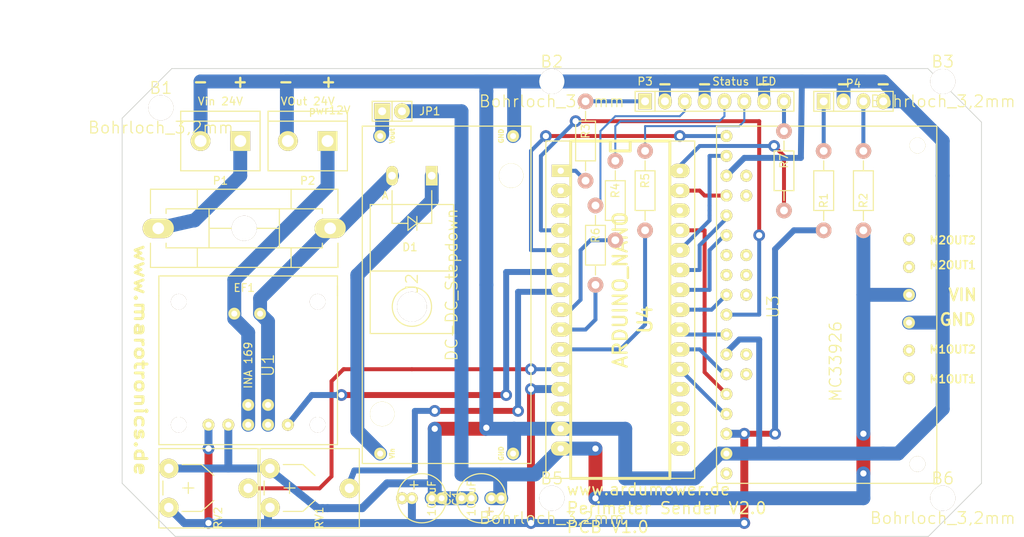
<source format=kicad_pcb>
(kicad_pcb (version 4) (host pcbnew "(2015-05-08 BZR 5647)-product")

  (general
    (links 68)
    (no_connects 0)
    (area 154.000999 110.058999 264.083001 170.039501)
    (thickness 1.6)
    (drawings 27)
    (tracks 312)
    (zones 0)
    (modules 27)
    (nets 55)
  )

  (page A3)
  (layers
    (0 F.Cu signal)
    (31 B.Cu signal)
    (32 B.Adhes user)
    (33 F.Adhes user)
    (34 B.Paste user)
    (35 F.Paste user)
    (36 B.SilkS user)
    (37 F.SilkS user)
    (38 B.Mask user)
    (39 F.Mask user)
    (40 Dwgs.User user)
    (41 Cmts.User user)
    (42 Eco1.User user)
    (43 Eco2.User user)
    (44 Edge.Cuts user)
  )

  (setup
    (last_trace_width 1)
    (user_trace_width 0.254)
    (user_trace_width 0.508)
    (user_trace_width 0.762)
    (user_trace_width 1.016)
    (user_trace_width 1.27)
    (user_trace_width 1.524)
    (user_trace_width 1.7778)
    (trace_clearance 0.2)
    (zone_clearance 0.508)
    (zone_45_only no)
    (trace_min 0.254)
    (segment_width 0.2)
    (edge_width 0.1)
    (via_size 1)
    (via_drill 0.8)
    (via_min_size 0.59)
    (via_min_drill 0.508)
    (user_via 1 0)
    (user_via 1.1 0.6)
    (user_via 1.5 0.8)
    (user_via 1.8 1)
    (user_via 2.4 1.4)
    (uvia_size 0.508)
    (uvia_drill 0.127)
    (uvias_allowed no)
    (uvia_min_size 0.508)
    (uvia_min_drill 0.127)
    (pcb_text_width 0.3)
    (pcb_text_size 1.5 1.5)
    (mod_edge_width 0.15)
    (mod_text_size 1 1)
    (mod_text_width 0.15)
    (pad_size 2.49936 2.49936)
    (pad_drill 1.19888)
    (pad_to_mask_clearance 0)
    (aux_axis_origin 259.08 165.1)
    (visible_elements 7FFFFFFF)
    (pcbplotparams
      (layerselection 0x00020_00000000)
      (usegerberextensions false)
      (excludeedgelayer true)
      (linewidth 0.150000)
      (plotframeref false)
      (viasonmask false)
      (mode 1)
      (useauxorigin false)
      (hpglpennumber 1)
      (hpglpenspeed 20)
      (hpglpendiameter 15)
      (hpglpenoverlay 2)
      (psnegative false)
      (psa4output false)
      (plotreference true)
      (plotvalue true)
      (plotinvisibletext false)
      (padsonsilk false)
      (subtractmaskfromsilk false)
      (outputformat 1)
      (mirror false)
      (drillshape 0)
      (scaleselection 1)
      (outputdirectory C:/Users/autega/Desktop/))
  )

  (net 0 "")
  (net 1 +5V)
  (net 2 GND)
  (net 3 +12V)
  (net 4 "Net-(D1-Pad1)")
  (net 5 "Net-(EF1-Pad2)")
  (net 6 "Net-(JP1-Pad1)")
  (net 7 Mover_in_Ladestation)
  (net 8 M1_DuoLED_Schleife1_Grün)
  (net 9 M1_DuoLED_Schleife1_Rot)
  (net 10 M2_DuoLED_Schleife2_Grün)
  (net 11 M2_DuoLED_Schleife2_Rot)
  (net 12 LED_5V)
  (net 13 LED_12V)
  (net 14 "Net-(D1-Pad2)")
  (net 15 "Net-(P2-Pad1)")
  (net 16 "Net-(R4-Pad2)")
  (net 17 "Net-(R5-Pad2)")
  (net 18 "Net-(R7-Pad2)")
  (net 19 INA169)
  (net 20 M1IN2)
  (net 21 M1IN1)
  (net 22 M1nSF)
  (net 23 M1FB)
  (net 24 EN)
  (net 25 M2IN2)
  (net 26 M2IN1)
  (net 27 M2nSF)
  (net 28 M2FB)
  (net 29 "M1nD2 pwm")
  (net 30 "M2nD2 pwm")
  (net 31 POTI1)
  (net 32 POTI2)
  (net 33 "Net-(B1-Pad1)")
  (net 34 "Net-(B2-Pad1)")
  (net 35 "Net-(B3-Pad1)")
  (net 36 "Net-(B5-Pad1)")
  (net 37 "Net-(B6-Pad1)")
  (net 38 "Net-(U3-Pad1)")
  (net 39 "Net-(U3-Pad11)")
  (net 40 "Net-(U3-Pad12)")
  (net 41 "Net-(U3-Pad19)")
  (net 42 "Net-(U3-Pad20)")
  (net 43 "Net-(U3-Pad23)")
  (net 44 "Net-(U3-Pad24)")
  (net 45 "Net-(U4-Pad3V3)")
  (net 46 "Net-(U4-PadREF)")
  (net 47 "Net-(U4-PadRST0)")
  (net 48 "Net-(U4-PadTX1)")
  (net 49 "Net-(U4-PadRX0)")
  (net 50 "Net-(U4-PadRST1)")
  (net 51 "Net-(U4-PadGND0)")
  (net 52 "Net-(U4-PadD10)")
  (net 53 "Net-(R3-Pad2)")
  (net 54 "Net-(R6-Pad2)")

  (net_class Default "This is the default net class."
    (clearance 0.2)
    (trace_width 1)
    (via_dia 1)
    (via_drill 0.8)
    (uvia_dia 0.508)
    (uvia_drill 0.127)
    (add_net +12V)
    (add_net +5V)
    (add_net EN)
    (add_net GND)
    (add_net INA169)
    (add_net LED_12V)
    (add_net LED_5V)
    (add_net M1FB)
    (add_net M1IN1)
    (add_net M1IN2)
    (add_net M1_DuoLED_Schleife1_Grün)
    (add_net M1_DuoLED_Schleife1_Rot)
    (add_net "M1nD2 pwm")
    (add_net M1nSF)
    (add_net M2FB)
    (add_net M2IN1)
    (add_net M2IN2)
    (add_net M2_DuoLED_Schleife2_Grün)
    (add_net M2_DuoLED_Schleife2_Rot)
    (add_net "M2nD2 pwm")
    (add_net M2nSF)
    (add_net Mover_in_Ladestation)
    (add_net "Net-(B1-Pad1)")
    (add_net "Net-(B2-Pad1)")
    (add_net "Net-(B3-Pad1)")
    (add_net "Net-(B5-Pad1)")
    (add_net "Net-(B6-Pad1)")
    (add_net "Net-(D1-Pad1)")
    (add_net "Net-(D1-Pad2)")
    (add_net "Net-(EF1-Pad2)")
    (add_net "Net-(JP1-Pad1)")
    (add_net "Net-(P2-Pad1)")
    (add_net "Net-(R3-Pad2)")
    (add_net "Net-(R4-Pad2)")
    (add_net "Net-(R5-Pad2)")
    (add_net "Net-(R6-Pad2)")
    (add_net "Net-(R7-Pad2)")
    (add_net "Net-(U3-Pad1)")
    (add_net "Net-(U3-Pad11)")
    (add_net "Net-(U3-Pad12)")
    (add_net "Net-(U3-Pad19)")
    (add_net "Net-(U3-Pad20)")
    (add_net "Net-(U3-Pad23)")
    (add_net "Net-(U3-Pad24)")
    (add_net "Net-(U4-Pad3V3)")
    (add_net "Net-(U4-PadD10)")
    (add_net "Net-(U4-PadGND0)")
    (add_net "Net-(U4-PadREF)")
    (add_net "Net-(U4-PadRST0)")
    (add_net "Net-(U4-PadRST1)")
    (add_net "Net-(U4-PadRX0)")
    (add_net "Net-(U4-PadTX1)")
    (add_net POTI1)
    (add_net POTI2)
  )

  (module sender_v2.1:Bohrloch_3,2mm (layer F.Cu) (tedit 54CFBF9B) (tstamp 55A2E748)
    (at 159.004 115.1255)
    (path /54D689DE)
    (fp_text reference B1 (at 0 -2.54) (layer F.SilkS)
      (effects (font (size 1.5 1.5) (thickness 0.15)))
    )
    (fp_text value Bohrloch_3,2mm (at 0 2.54) (layer F.SilkS)
      (effects (font (size 1.5 1.5) (thickness 0.15)))
    )
    (pad 1 thru_hole circle (at 0 0) (size 3.2 3.2) (drill 3.2) (layers *.Cu *.Mask F.SilkS)
      (net 33 "Net-(B1-Pad1)"))
  )

  (module sender_v2.1:Bohrloch_3,2mm (layer F.Cu) (tedit 54CFBF9B) (tstamp 55A2E74C)
    (at 209.042 111.76)
    (path /54D68AA0)
    (fp_text reference B2 (at 0 -2.54) (layer F.SilkS)
      (effects (font (size 1.5 1.5) (thickness 0.15)))
    )
    (fp_text value Bohrloch_3,2mm (at 0 2.54) (layer F.SilkS)
      (effects (font (size 1.5 1.5) (thickness 0.15)))
    )
    (pad 1 thru_hole circle (at 0 0) (size 3.2 3.2) (drill 3.2) (layers *.Cu *.Mask F.SilkS)
      (net 34 "Net-(B2-Pad1)"))
  )

  (module sender_v2.1:Bohrloch_3,2mm (layer F.Cu) (tedit 54CFBF9B) (tstamp 55A2E750)
    (at 259.08 111.76)
    (path /54D68AE1)
    (fp_text reference B3 (at 0 -2.54) (layer F.SilkS)
      (effects (font (size 1.5 1.5) (thickness 0.15)))
    )
    (fp_text value Bohrloch_3,2mm (at 0 2.54) (layer F.SilkS)
      (effects (font (size 1.5 1.5) (thickness 0.15)))
    )
    (pad 1 thru_hole circle (at 0 0) (size 3.2 3.2) (drill 3.2) (layers *.Cu *.Mask F.SilkS)
      (net 35 "Net-(B3-Pad1)"))
  )

  (module sender_v2.1:Bohrloch_3,2mm (layer F.Cu) (tedit 54CFBF9B) (tstamp 55A2E754)
    (at 209.042 165.1)
    (path /54D68B6A)
    (fp_text reference B5 (at 0 -2.54) (layer F.SilkS)
      (effects (font (size 1.5 1.5) (thickness 0.15)))
    )
    (fp_text value Bohrloch_3,2mm (at 0 2.54) (layer F.SilkS)
      (effects (font (size 1.5 1.5) (thickness 0.15)))
    )
    (pad 1 thru_hole circle (at 0 0) (size 3.2 3.2) (drill 3.2) (layers *.Cu *.Mask F.SilkS)
      (net 36 "Net-(B5-Pad1)"))
  )

  (module sender_v2.1:Bohrloch_3,2mm (layer F.Cu) (tedit 54CFBF9B) (tstamp 55A2E758)
    (at 259.08 165.1)
    (path /54D68BA6)
    (fp_text reference B6 (at 0 -2.54) (layer F.SilkS)
      (effects (font (size 1.5 1.5) (thickness 0.15)))
    )
    (fp_text value Bohrloch_3,2mm (at 0 2.54) (layer F.SilkS)
      (effects (font (size 1.5 1.5) (thickness 0.15)))
    )
    (pad 1 thru_hole circle (at 0 0) (size 3.2 3.2) (drill 3.2) (layers *.Cu *.Mask F.SilkS)
      (net 37 "Net-(B6-Pad1)"))
  )

  (module sender_v2.1:Elko_vert_11.2x6.3mm_RM2.5_RM5.0 (layer F.Cu) (tedit 54CA02D6) (tstamp 55A2E75C)
    (at 191.135 165.1)
    (descr "Electrolytic Capacitor, vertical, diameter 6,3mm, RM 2,5mm, radial,")
    (tags "Electrolytic Capacitor, vertical, diameter 6,3mm, RM 2,5mm, Elko, Electrolytkondensator, Kondensator gepolt, Durchmesser 6,3mm, radial,")
    (path /55A30786)
    (fp_text reference C1 (at 5.715 0 90) (layer F.SilkS)
      (effects (font (size 1 1) (thickness 0.15)))
    )
    (fp_text value 100uF (at 7.62 0 90) (layer F.SilkS)
      (effects (font (size 1 1) (thickness 0.15)))
    )
    (fp_line (start 0.26924 -2.19964) (end 0.26924 -1.19888) (layer F.SilkS) (width 0.15))
    (fp_line (start -0.23114 -1.69926) (end 0.76962 -1.69926) (layer F.SilkS) (width 0.15))
    (fp_line (start 0.26924 -1.69926) (end 0.76962 -1.69926) (layer F.Cu) (width 0.15))
    (fp_line (start 0.26924 -1.69926) (end 0.26924 -2.19964) (layer F.Cu) (width 0.15))
    (fp_line (start -0.23114 -1.69926) (end 0.26924 -1.69926) (layer F.Cu) (width 0.15))
    (fp_line (start 0.26924 -1.69926) (end 0.26924 -1.30048) (layer F.Cu) (width 0.15))
    (fp_line (start 0.26924 -1.30048) (end 0.26924 -1.19888) (layer F.Cu) (width 0.15))
    (fp_circle (center 1.27 0) (end 4.4196 0) (layer F.SilkS) (width 0.15))
    (pad 2 thru_hole circle (at 2.54 0) (size 1.50114 1.50114) (drill 0.8001) (layers *.Cu *.Mask F.SilkS)
      (net 2 GND))
    (pad 1 thru_hole circle (at 0 0) (size 1.50114 1.50114) (drill 0.8001) (layers *.Cu *.Mask F.SilkS)
      (net 1 +5V))
    (pad 1 thru_hole circle (at -1.27 0) (size 1.524 1.524) (drill 0.762) (layers *.Cu *.Mask F.SilkS)
      (net 1 +5V))
    (pad 2 thru_hole circle (at 3.81 0) (size 1.524 1.524) (drill 0.762) (layers *.Cu *.Mask F.SilkS)
      (net 2 GND))
    (model Capacitors_Elko_ThroughHole/Elko_vert_11.2x6.3mm_RM2.5.wrl
      (at (xyz 0 0 0))
      (scale (xyz 1 1 1))
      (rotate (xyz 0 0 0))
    )
    (model ../../../../Kicad/kicad/share/modules/packages3d/Capacitors_ThroughHole.3dshapes/C_Radial_D6.3_L11.2_P2.5.wrl
      (at (xyz 0 0 0))
      (scale (xyz 1 1 1))
      (rotate (xyz 0 0 0))
    )
  )

  (module sender_v2.1:Elko_vert_11.2x6.3mm_RM2.5_RM5.0 (layer F.Cu) (tedit 54CA02D6) (tstamp 55A2E763)
    (at 201.295 165.1 180)
    (descr "Electrolytic Capacitor, vertical, diameter 6,3mm, RM 2,5mm, radial,")
    (tags "Electrolytic Capacitor, vertical, diameter 6,3mm, RM 2,5mm, Elko, Electrolytkondensator, Kondensator gepolt, Durchmesser 6,3mm, radial,")
    (path /55A30A7B)
    (fp_text reference C2 (at 5.715 0 270) (layer F.SilkS)
      (effects (font (size 1 1) (thickness 0.15)))
    )
    (fp_text value 100uF (at 7.62 0 270) (layer F.SilkS)
      (effects (font (size 1 1) (thickness 0.15)))
    )
    (fp_line (start 0.26924 -2.19964) (end 0.26924 -1.19888) (layer F.SilkS) (width 0.15))
    (fp_line (start -0.23114 -1.69926) (end 0.76962 -1.69926) (layer F.SilkS) (width 0.15))
    (fp_line (start 0.26924 -1.69926) (end 0.76962 -1.69926) (layer F.Cu) (width 0.15))
    (fp_line (start 0.26924 -1.69926) (end 0.26924 -2.19964) (layer F.Cu) (width 0.15))
    (fp_line (start -0.23114 -1.69926) (end 0.26924 -1.69926) (layer F.Cu) (width 0.15))
    (fp_line (start 0.26924 -1.69926) (end 0.26924 -1.30048) (layer F.Cu) (width 0.15))
    (fp_line (start 0.26924 -1.30048) (end 0.26924 -1.19888) (layer F.Cu) (width 0.15))
    (fp_circle (center 1.27 0) (end 4.4196 0) (layer F.SilkS) (width 0.15))
    (pad 2 thru_hole circle (at 2.54 0 180) (size 1.50114 1.50114) (drill 0.8001) (layers *.Cu *.Mask F.SilkS)
      (net 2 GND))
    (pad 1 thru_hole circle (at 0 0 180) (size 1.50114 1.50114) (drill 0.8001) (layers *.Cu *.Mask F.SilkS)
      (net 3 +12V))
    (pad 1 thru_hole circle (at -1.27 0 180) (size 1.524 1.524) (drill 0.762) (layers *.Cu *.Mask F.SilkS)
      (net 3 +12V))
    (pad 2 thru_hole circle (at 3.81 0 180) (size 1.524 1.524) (drill 0.762) (layers *.Cu *.Mask F.SilkS)
      (net 2 GND))
    (model Capacitors_Elko_ThroughHole/Elko_vert_11.2x6.3mm_RM2.5.wrl
      (at (xyz 0 0 0))
      (scale (xyz 1 1 1))
      (rotate (xyz 0 0 0))
    )
    (model ../../../../Kicad/kicad/share/modules/packages3d/Capacitors_ThroughHole.3dshapes/C_Radial_D6.3_L11.2_P2.5.wrl
      (at (xyz 0 0 0))
      (scale (xyz 1 1 1))
      (rotate (xyz 0 0 0))
    )
  )

  (module sender_v2.1:MBR1045_Horizontal (layer F.Cu) (tedit 54C4E765) (tstamp 55A2E76A)
    (at 191.135 123.825 180)
    (descr "TO-220, Bipolar-BCE, Horizontal,")
    (tags "TO-220, Bipolar-BCE, Horizontal,")
    (path /54D55CFC)
    (fp_text reference D1 (at 0.254 -9.144 180) (layer F.SilkS)
      (effects (font (size 1 1) (thickness 0.15)))
    )
    (fp_text value "MBR 1045" (at -1.016 8.128 180) (layer F.SilkS) hide
      (effects (font (size 1 1) (thickness 0.15)))
    )
    (fp_text user A (at 3.429 -2.54 180) (layer F.SilkS)
      (effects (font (size 1 1) (thickness 0.15)))
    )
    (fp_line (start -0.635 -6.096) (end -2.54 -6.096) (layer F.SilkS) (width 0.15))
    (fp_line (start -2.54 -6.096) (end -2.54 -3.683) (layer F.SilkS) (width 0.15))
    (fp_line (start 0.508 -6.096) (end 2.54 -6.096) (layer F.SilkS) (width 0.15))
    (fp_line (start 2.54 -6.096) (end 2.54 -3.683) (layer F.SilkS) (width 0.15))
    (fp_line (start -0.635 -6.096) (end 0.508 -6.985) (layer F.SilkS) (width 0.15))
    (fp_line (start 0.508 -6.985) (end 0.508 -5.207) (layer F.SilkS) (width 0.15))
    (fp_line (start 0.508 -5.207) (end -0.635 -6.096) (layer F.SilkS) (width 0.15))
    (fp_line (start -0.635 -6.985) (end -0.635 -5.207) (layer F.SilkS) (width 0.15))
    (fp_circle (center 0 -16.764) (end 1.778 -14.986) (layer F.SilkS) (width 0.15))
    (fp_line (start -2.54 -3.683) (end -2.54 -1.905) (layer F.SilkS) (width 0.15))
    (fp_line (start 2.54 -3.683) (end 2.54 -1.905) (layer F.SilkS) (width 0.15))
    (fp_line (start 5.334 -12.192) (end 5.334 -20.193) (layer F.SilkS) (width 0.15))
    (fp_line (start 5.334 -20.193) (end -5.334 -20.193) (layer F.SilkS) (width 0.15))
    (fp_line (start -5.334 -20.193) (end -5.334 -12.192) (layer F.SilkS) (width 0.15))
    (fp_line (start 5.334 -3.683) (end 5.334 -12.192) (layer F.SilkS) (width 0.15))
    (fp_line (start 5.334 -12.192) (end -5.334 -12.192) (layer F.SilkS) (width 0.15))
    (fp_line (start -5.334 -12.192) (end -5.334 -3.683) (layer F.SilkS) (width 0.15))
    (fp_line (start 0 -3.683) (end -5.334 -3.683) (layer F.SilkS) (width 0.15))
    (fp_line (start 0 -3.683) (end 5.334 -3.683) (layer F.SilkS) (width 0.15))
    (pad 2 thru_hole rect (at -2.54 0 270) (size 2.49936 1.50114) (drill 1.00076) (layers *.Cu *.Mask F.SilkS)
      (net 14 "Net-(D1-Pad2)"))
    (pad 1 thru_hole oval (at 2.54 0 270) (size 2.49936 1.50114) (drill 1.00076) (layers *.Cu *.Mask F.SilkS)
      (net 4 "Net-(D1-Pad1)"))
    (pad 3 thru_hole circle (at 0 -16.764 270) (size 3.79984 3.79984) (drill 3.79984) (layers *.Cu *.Mask F.SilkS))
    (model Diodes_ThroughHole/Diode_TO-220_Horizontal.wrl
      (at (xyz 0 0 0))
      (scale (xyz 0.3937 0.3937 0.3937))
      (rotate (xyz 0 0 0))
    )
    (model ../../../../Kicad/kicad/share/modules/packages3d/Diodes_ThroughHole.3dshapes/Diode_TO-220_Horizontal.wrl
      (at (xyz 0 0 0))
      (scale (xyz 0.3937 0.3937 0.3937))
      (rotate (xyz 0 0 0))
    )
  )

  (module sender_v2.1:Fuseholder_Reichelt_PL112000 (layer F.Cu) (tedit 54CF9CCF) (tstamp 55A2E770)
    (at 169.672 130.556 180)
    (descr "Fuseholder, 5x20, Semi closed, horizontal, Casing 10x25mm,")
    (tags "Fuseholder, 5x20, Semi closed, horizontal, Casing 10x25mm, Sicherungshalter, halbgeschlossen,")
    (path /54D55253)
    (fp_text reference EF1 (at 0 -7.62 180) (layer F.SilkS)
      (effects (font (size 1 1) (thickness 0.15)))
    )
    (fp_text value F_5A (at 1.27 7.62 180) (layer F.SilkS) hide
      (effects (font (size 1 1) (thickness 0.15)))
    )
    (fp_line (start -5.99948 -2.49936) (end -5.99948 -5.00126) (layer F.SilkS) (width 0.15))
    (fp_line (start -5.99948 5.00126) (end -5.99948 2.49936) (layer F.SilkS) (width 0.15))
    (fp_line (start 5.99948 5.00126) (end 5.99948 2.49936) (layer F.SilkS) (width 0.15))
    (fp_line (start 5.99948 -5.00126) (end 5.99948 -2.49936) (layer F.SilkS) (width 0.15))
    (fp_line (start -4.50088 0) (end 4.50088 0) (layer F.SilkS) (width 0.15))
    (fp_line (start -4.50088 -2.49936) (end -4.50088 2.49936) (layer F.SilkS) (width 0.15))
    (fp_line (start 4.50088 -2.49936) (end 4.50088 2.49936) (layer F.SilkS) (width 0.15))
    (fp_line (start 9.99998 -1.89992) (end 9.99998 -2.49936) (layer F.SilkS) (width 0.15))
    (fp_line (start -9.99998 1.89992) (end -9.99998 2.49936) (layer F.SilkS) (width 0.15))
    (fp_line (start -9.99998 2.49936) (end 9.99998 2.49936) (layer F.SilkS) (width 0.15))
    (fp_line (start 9.99998 2.49936) (end 9.99998 1.89992) (layer F.SilkS) (width 0.15))
    (fp_line (start 9.99998 -2.49936) (end -9.99998 -2.49936) (layer F.SilkS) (width 0.15))
    (fp_line (start -9.99998 -2.49936) (end -9.99998 -1.89992) (layer F.SilkS) (width 0.15))
    (fp_line (start 11.99896 -1.89992) (end 11.99896 -5.00126) (layer F.SilkS) (width 0.15))
    (fp_line (start -11.99896 1.89992) (end -11.99896 5.00126) (layer F.SilkS) (width 0.15))
    (fp_line (start -11.99896 5.00126) (end 11.99896 5.00126) (layer F.SilkS) (width 0.15))
    (fp_line (start 11.99896 5.00126) (end 11.99896 1.89992) (layer F.SilkS) (width 0.15))
    (fp_line (start 11.99896 -5.00126) (end -11.99896 -5.00126) (layer F.SilkS) (width 0.15))
    (fp_line (start -11.99896 -5.00126) (end -11.99896 -1.89992) (layer F.SilkS) (width 0.15))
    (pad 2 thru_hole oval (at 11.00074 0 90) (size 2.49936 4.0005) (drill 1.50114) (layers *.Cu *.Mask F.SilkS)
      (net 5 "Net-(EF1-Pad2)"))
    (pad 1 thru_hole oval (at -11.00074 0 90) (size 2.49936 4.0005) (drill 1.50114) (layers *.Cu *.Mask F.SilkS)
      (net 4 "Net-(D1-Pad1)"))
    (pad ~ thru_hole circle (at 0 0 180) (size 3.2 3.2) (drill 3.2) (layers *.Cu *.Mask F.SilkS))
    (model fuse_socket/fuse_socket.wrl
      (at (xyz 0 0 0))
      (scale (xyz 1 1 1))
      (rotate (xyz 0 0 0))
    )
    (model ../../../../Kicad/kicad/share/modules/packages3d/walter/misc_comp/fuse_cq-200c.wrl
      (at (xyz 0 0 0))
      (scale (xyz 1 1 1))
      (rotate (xyz 0 0 90))
    )
  )

  (module sender_v2.1:Anschlussklemme_2P_RM5,08 (layer F.Cu) (tedit 54F22527) (tstamp 55A2E77B)
    (at 166.624 119.38 180)
    (descr "Bornier d'alimentation 2 pins")
    (tags DEV)
    (path /54D4FE5B)
    (fp_text reference P1 (at 0 -5.08 180) (layer F.SilkS)
      (effects (font (size 1 1) (thickness 0.15)))
    )
    (fp_text value "Vin 24V" (at 0 5.08 180) (layer F.SilkS)
      (effects (font (size 1 1) (thickness 0.15)))
    )
    (fp_line (start 5.08 2.54) (end -5.08 2.54) (layer F.SilkS) (width 0.15))
    (fp_line (start 5.08 3.81) (end 5.08 -3.81) (layer F.SilkS) (width 0.15))
    (fp_line (start 5.08 -3.81) (end -5.08 -3.81) (layer F.SilkS) (width 0.15))
    (fp_line (start -5.08 -3.81) (end -5.08 3.81) (layer F.SilkS) (width 0.15))
    (fp_line (start -5.08 3.81) (end 5.08 3.81) (layer F.SilkS) (width 0.15))
    (pad 1 thru_hole rect (at -2.54 0 180) (size 2.54 2.54) (drill 1.524) (layers *.Cu *.Mask F.SilkS)
      (net 5 "Net-(EF1-Pad2)"))
    (pad 2 thru_hole circle (at 2.54 0 180) (size 2.54 2.54) (drill 1.524) (layers *.Cu *.Mask F.SilkS)
      (net 2 GND))
    (model conn_mkds/mkds_1,5-2.wrl
      (at (xyz 0 0 0))
      (scale (xyz 1 1 1))
      (rotate (xyz 0 0 0))
    )
    (model ../../../../Kicad/kicad/share/modules/packages3d/walter/conn_mkds/mkds_1,5-2.wrl
      (at (xyz 0 0 0))
      (scale (xyz 1 1 1))
      (rotate (xyz 0 0 0))
    )
  )

  (module sender_v2.1:Anschlussklemme_2P_RM5,08 (layer F.Cu) (tedit 54F22527) (tstamp 55A2E780)
    (at 177.8 119.38 180)
    (descr "Bornier d'alimentation 2 pins")
    (tags DEV)
    (path /54D4FE86)
    (fp_text reference P2 (at 0 -5.08 180) (layer F.SilkS)
      (effects (font (size 1 1) (thickness 0.15)))
    )
    (fp_text value "VOut 24V" (at 0 5.08 180) (layer F.SilkS)
      (effects (font (size 1 1) (thickness 0.15)))
    )
    (fp_line (start 5.08 2.54) (end -5.08 2.54) (layer F.SilkS) (width 0.15))
    (fp_line (start 5.08 3.81) (end 5.08 -3.81) (layer F.SilkS) (width 0.15))
    (fp_line (start 5.08 -3.81) (end -5.08 -3.81) (layer F.SilkS) (width 0.15))
    (fp_line (start -5.08 -3.81) (end -5.08 3.81) (layer F.SilkS) (width 0.15))
    (fp_line (start -5.08 3.81) (end 5.08 3.81) (layer F.SilkS) (width 0.15))
    (pad 1 thru_hole rect (at -2.54 0 180) (size 2.54 2.54) (drill 1.524) (layers *.Cu *.Mask F.SilkS)
      (net 15 "Net-(P2-Pad1)"))
    (pad 2 thru_hole circle (at 2.54 0 180) (size 2.54 2.54) (drill 1.524) (layers *.Cu *.Mask F.SilkS)
      (net 2 GND))
    (model conn_mkds/mkds_1,5-2.wrl
      (at (xyz 0 0 0))
      (scale (xyz 1 1 1))
      (rotate (xyz 0 0 0))
    )
    (model ../../../../Kicad/kicad/share/modules/packages3d/walter/conn_mkds/mkds_1,5-2.wrl
      (at (xyz 0 0 0))
      (scale (xyz 1 1 1))
      (rotate (xyz 0 0 0))
    )
  )

  (module sender_v2.1:Pin_Header_Straight_1x08 (layer F.Cu) (tedit 54C60EE3) (tstamp 55A2E785)
    (at 229.87 114.3)
    (descr "Through hole pin header")
    (tags "pin header")
    (path /54F4D933)
    (fp_text reference P3 (at -8.89 -2.54) (layer F.SilkS)
      (effects (font (size 1 1) (thickness 0.15)))
    )
    (fp_text value "Status LED" (at 3.81 -2.54) (layer F.SilkS)
      (effects (font (size 1 1) (thickness 0.15)))
    )
    (fp_line (start -7.62 -1.27) (end 10.16 -1.27) (layer F.SilkS) (width 0.15))
    (fp_line (start 10.16 -1.27) (end 10.16 1.27) (layer F.SilkS) (width 0.15))
    (fp_line (start 10.16 1.27) (end -7.62 1.27) (layer F.SilkS) (width 0.15))
    (fp_line (start -10.16 -1.27) (end -7.62 -1.27) (layer F.SilkS) (width 0.15))
    (fp_line (start -7.62 -1.27) (end -7.62 1.27) (layer F.SilkS) (width 0.15))
    (fp_line (start -10.16 -1.27) (end -10.16 1.27) (layer F.SilkS) (width 0.15))
    (fp_line (start -10.16 1.27) (end -7.62 1.27) (layer F.SilkS) (width 0.15))
    (pad 1 thru_hole rect (at -8.89 0) (size 1.7272 2.032) (drill 1.016) (layers *.Cu *.Mask F.SilkS)
      (net 7 Mover_in_Ladestation))
    (pad 2 thru_hole oval (at -6.35 0) (size 1.7272 2.032) (drill 1.016) (layers *.Cu *.Mask F.SilkS)
      (net 2 GND))
    (pad 3 thru_hole oval (at -3.81 0) (size 1.7272 2.032) (drill 1.016) (layers *.Cu *.Mask F.SilkS)
      (net 10 M2_DuoLED_Schleife2_Grün))
    (pad 4 thru_hole oval (at -1.27 0) (size 1.7272 2.032) (drill 1.016) (layers *.Cu *.Mask F.SilkS)
      (net 2 GND))
    (pad 5 thru_hole oval (at 1.27 0) (size 1.7272 2.032) (drill 1.016) (layers *.Cu *.Mask F.SilkS)
      (net 11 M2_DuoLED_Schleife2_Rot))
    (pad 6 thru_hole oval (at 3.81 0) (size 1.7272 2.032) (drill 1.016) (layers *.Cu *.Mask F.SilkS)
      (net 9 M1_DuoLED_Schleife1_Rot))
    (pad 7 thru_hole oval (at 6.35 0) (size 1.7272 2.032) (drill 1.016) (layers *.Cu *.Mask F.SilkS)
      (net 2 GND))
    (pad 8 thru_hole oval (at 8.89 0) (size 1.7272 2.032) (drill 1.016) (layers *.Cu *.Mask F.SilkS)
      (net 8 M1_DuoLED_Schleife1_Grün))
    (model Pin_Headers/Pin_Header_Straight_1x08.wrl
      (at (xyz 0 0 0))
      (scale (xyz 1 1 1))
      (rotate (xyz 0 0 0))
    )
    (model ../../../../Kicad/kicad/share/modules/packages3d/walter/pin_strip/pin_strip_8.wrl
      (at (xyz 0 0 0))
      (scale (xyz 1 1 1))
      (rotate (xyz 0 0 0))
    )
  )

  (module sender_v2.1:Pin_Header_Straight_1x04 (layer F.Cu) (tedit 54B7A364) (tstamp 55A2E790)
    (at 247.65 114.3)
    (descr "Through hole pin header")
    (tags "pin header")
    (path /54F4E811)
    (fp_text reference P4 (at 0 -2.286) (layer F.SilkS)
      (effects (font (size 1 1) (thickness 0.15)))
    )
    (fp_text value "Power LED" (at 0 -3.81) (layer F.SilkS) hide
      (effects (font (size 1 1) (thickness 0.15)))
    )
    (fp_line (start -2.54 1.27) (end 5.08 1.27) (layer F.SilkS) (width 0.15))
    (fp_line (start -2.54 -1.27) (end 5.08 -1.27) (layer F.SilkS) (width 0.15))
    (fp_line (start -5.08 -1.27) (end -2.54 -1.27) (layer F.SilkS) (width 0.15))
    (fp_line (start 5.08 1.27) (end 5.08 -1.27) (layer F.SilkS) (width 0.15))
    (fp_line (start -2.54 -1.27) (end -2.54 1.27) (layer F.SilkS) (width 0.15))
    (fp_line (start -5.08 -1.27) (end -5.08 1.27) (layer F.SilkS) (width 0.15))
    (fp_line (start -5.08 1.27) (end -2.54 1.27) (layer F.SilkS) (width 0.15))
    (pad 1 thru_hole rect (at -3.81 0) (size 1.7272 2.032) (drill 1.016) (layers *.Cu *.Mask F.SilkS)
      (net 12 LED_5V))
    (pad 2 thru_hole oval (at -1.27 0) (size 1.7272 2.032) (drill 1.016) (layers *.Cu *.Mask F.SilkS)
      (net 2 GND))
    (pad 3 thru_hole oval (at 1.27 0) (size 1.7272 2.032) (drill 1.016) (layers *.Cu *.Mask F.SilkS)
      (net 13 LED_12V))
    (pad 4 thru_hole oval (at 3.81 0) (size 1.7272 2.032) (drill 1.016) (layers *.Cu *.Mask F.SilkS)
      (net 2 GND))
    (model Pin_Headers/Pin_Header_Straight_1x04.wrl
      (at (xyz 0 0 0))
      (scale (xyz 1 1 1))
      (rotate (xyz 0 0 0))
    )
    (model ../../../../Kicad/kicad/share/modules/packages3d/walter/pin_strip/pin_strip_4.wrl
      (at (xyz 0 0 0))
      (scale (xyz 1 1 1))
      (rotate (xyz 0 0 0))
    )
  )

  (module sender_v2.1:Resistor_Horizontal_RM10mm (layer F.Cu) (tedit 54E27C4B) (tstamp 55A2E797)
    (at 243.84 125.73 90)
    (descr "Resistor, Axial,  RM 10mm, 1/3W,")
    (tags "Resistor, Axial, RM 10mm, 1/3W,")
    (path /55A31889)
    (fp_text reference R1 (at -1.27 0 90) (layer F.SilkS)
      (effects (font (size 1 1) (thickness 0.15)))
    )
    (fp_text value 220 (at 1.905 0 90) (layer F.SilkS) hide
      (effects (font (size 1 1) (thickness 0.15)))
    )
    (fp_line (start -2.54 -1.27) (end 2.54 -1.27) (layer F.SilkS) (width 0.15))
    (fp_line (start 2.54 -1.27) (end 2.54 1.27) (layer F.SilkS) (width 0.15))
    (fp_line (start 2.54 1.27) (end -2.54 1.27) (layer F.SilkS) (width 0.15))
    (fp_line (start -2.54 1.27) (end -2.54 -1.27) (layer F.SilkS) (width 0.15))
    (fp_line (start -2.54 0) (end -3.81 0) (layer F.SilkS) (width 0.15))
    (fp_line (start 2.54 0) (end 3.81 0) (layer F.SilkS) (width 0.15))
    (pad 1 thru_hole circle (at -5.08 0 90) (size 1.99898 1.99898) (drill 1.00076) (layers *.Cu *.SilkS *.Mask)
      (net 1 +5V))
    (pad 2 thru_hole circle (at 5.08 0 90) (size 1.99898 1.99898) (drill 1.00076) (layers *.Cu *.SilkS *.Mask)
      (net 12 LED_5V))
    (model Resistors_ThroughHole/Resistor_Horizontal_RM10mm.wrl
      (at (xyz 0 0 0))
      (scale (xyz 0.4 0.4 0.4))
      (rotate (xyz 0 0 0))
    )
    (model ../../../../Kicad/kicad/share/modules/packages3d/Resistors_ThroughHole.3dshapes/Resistor_Horizontal_RM10mm.wrl
      (at (xyz 0 0 0))
      (scale (xyz 0.4 0.4 0.4))
      (rotate (xyz 0 0 0))
    )
  )

  (module sender_v2.1:Resistor_Horizontal_RM10mm (layer F.Cu) (tedit 54E27C4B) (tstamp 55A2E79C)
    (at 248.92 125.73 90)
    (descr "Resistor, Axial,  RM 10mm, 1/3W,")
    (tags "Resistor, Axial, RM 10mm, 1/3W,")
    (path /55A31B76)
    (fp_text reference R2 (at -1.27 0 90) (layer F.SilkS)
      (effects (font (size 1 1) (thickness 0.15)))
    )
    (fp_text value 560 (at 1.905 0 90) (layer F.SilkS) hide
      (effects (font (size 1 1) (thickness 0.15)))
    )
    (fp_line (start -2.54 -1.27) (end 2.54 -1.27) (layer F.SilkS) (width 0.15))
    (fp_line (start 2.54 -1.27) (end 2.54 1.27) (layer F.SilkS) (width 0.15))
    (fp_line (start 2.54 1.27) (end -2.54 1.27) (layer F.SilkS) (width 0.15))
    (fp_line (start -2.54 1.27) (end -2.54 -1.27) (layer F.SilkS) (width 0.15))
    (fp_line (start -2.54 0) (end -3.81 0) (layer F.SilkS) (width 0.15))
    (fp_line (start 2.54 0) (end 3.81 0) (layer F.SilkS) (width 0.15))
    (pad 1 thru_hole circle (at -5.08 0 90) (size 1.99898 1.99898) (drill 1.00076) (layers *.Cu *.SilkS *.Mask)
      (net 3 +12V))
    (pad 2 thru_hole circle (at 5.08 0 90) (size 1.99898 1.99898) (drill 1.00076) (layers *.Cu *.SilkS *.Mask)
      (net 13 LED_12V))
    (model Resistors_ThroughHole/Resistor_Horizontal_RM10mm.wrl
      (at (xyz 0 0 0))
      (scale (xyz 0.4 0.4 0.4))
      (rotate (xyz 0 0 0))
    )
    (model ../../../../Kicad/kicad/share/modules/packages3d/Resistors_ThroughHole.3dshapes/Resistor_Horizontal_RM10mm.wrl
      (at (xyz 0 0 0))
      (scale (xyz 0.4 0.4 0.4))
      (rotate (xyz 0 0 0))
    )
  )

  (module sender_v2.1:Resistor_Horizontal_RM10mm (layer F.Cu) (tedit 54E27C4B) (tstamp 55A2E7A1)
    (at 213.36 119.38 270)
    (descr "Resistor, Axial,  RM 10mm, 1/3W,")
    (tags "Resistor, Axial, RM 10mm, 1/3W,")
    (path /55A2D82A)
    (fp_text reference R3 (at -1.27 0 270) (layer F.SilkS)
      (effects (font (size 1 1) (thickness 0.15)))
    )
    (fp_text value 220 (at 1.905 0 270) (layer F.SilkS) hide
      (effects (font (size 1 1) (thickness 0.15)))
    )
    (fp_line (start -2.54 -1.27) (end 2.54 -1.27) (layer F.SilkS) (width 0.15))
    (fp_line (start 2.54 -1.27) (end 2.54 1.27) (layer F.SilkS) (width 0.15))
    (fp_line (start 2.54 1.27) (end -2.54 1.27) (layer F.SilkS) (width 0.15))
    (fp_line (start -2.54 1.27) (end -2.54 -1.27) (layer F.SilkS) (width 0.15))
    (fp_line (start -2.54 0) (end -3.81 0) (layer F.SilkS) (width 0.15))
    (fp_line (start 2.54 0) (end 3.81 0) (layer F.SilkS) (width 0.15))
    (pad 1 thru_hole circle (at -5.08 0 270) (size 1.99898 1.99898) (drill 1.00076) (layers *.Cu *.SilkS *.Mask)
      (net 7 Mover_in_Ladestation))
    (pad 2 thru_hole circle (at 5.08 0 270) (size 1.99898 1.99898) (drill 1.00076) (layers *.Cu *.SilkS *.Mask)
      (net 53 "Net-(R3-Pad2)"))
    (model Resistors_ThroughHole/Resistor_Horizontal_RM10mm.wrl
      (at (xyz 0 0 0))
      (scale (xyz 0.4 0.4 0.4))
      (rotate (xyz 0 0 0))
    )
    (model ../../../../Kicad/kicad/share/modules/packages3d/Resistors_ThroughHole.3dshapes/Resistor_Horizontal_RM10mm.wrl
      (at (xyz 0 0 0))
      (scale (xyz 0.4 0.4 0.4))
      (rotate (xyz 0 0 0))
    )
  )

  (module sender_v2.1:Resistor_Horizontal_RM10mm (layer F.Cu) (tedit 54E27C4B) (tstamp 55A2E7A6)
    (at 217.17 127 270)
    (descr "Resistor, Axial,  RM 10mm, 1/3W,")
    (tags "Resistor, Axial, RM 10mm, 1/3W,")
    (path /55A3386E)
    (fp_text reference R4 (at -1.27 0 270) (layer F.SilkS)
      (effects (font (size 1 1) (thickness 0.15)))
    )
    (fp_text value 220 (at 1.905 0 270) (layer F.SilkS) hide
      (effects (font (size 1 1) (thickness 0.15)))
    )
    (fp_line (start -2.54 -1.27) (end 2.54 -1.27) (layer F.SilkS) (width 0.15))
    (fp_line (start 2.54 -1.27) (end 2.54 1.27) (layer F.SilkS) (width 0.15))
    (fp_line (start 2.54 1.27) (end -2.54 1.27) (layer F.SilkS) (width 0.15))
    (fp_line (start -2.54 1.27) (end -2.54 -1.27) (layer F.SilkS) (width 0.15))
    (fp_line (start -2.54 0) (end -3.81 0) (layer F.SilkS) (width 0.15))
    (fp_line (start 2.54 0) (end 3.81 0) (layer F.SilkS) (width 0.15))
    (pad 1 thru_hole circle (at -5.08 0 270) (size 1.99898 1.99898) (drill 1.00076) (layers *.Cu *.SilkS *.Mask)
      (net 11 M2_DuoLED_Schleife2_Rot))
    (pad 2 thru_hole circle (at 5.08 0 270) (size 1.99898 1.99898) (drill 1.00076) (layers *.Cu *.SilkS *.Mask)
      (net 16 "Net-(R4-Pad2)"))
    (model Resistors_ThroughHole/Resistor_Horizontal_RM10mm.wrl
      (at (xyz 0 0 0))
      (scale (xyz 0.4 0.4 0.4))
      (rotate (xyz 0 0 0))
    )
    (model ../../../../Kicad/kicad/share/modules/packages3d/Resistors_ThroughHole.3dshapes/Resistor_Horizontal_RM10mm.wrl
      (at (xyz 0 0 0))
      (scale (xyz 0.4 0.4 0.4))
      (rotate (xyz 0 0 0))
    )
  )

  (module sender_v2.1:Resistor_Horizontal_RM10mm (layer F.Cu) (tedit 54E27C4B) (tstamp 55A2E7AB)
    (at 220.98 125.73 270)
    (descr "Resistor, Axial,  RM 10mm, 1/3W,")
    (tags "Resistor, Axial, RM 10mm, 1/3W,")
    (path /55A334C2)
    (fp_text reference R5 (at -1.27 0 270) (layer F.SilkS)
      (effects (font (size 1 1) (thickness 0.15)))
    )
    (fp_text value 220 (at 1.905 0 270) (layer F.SilkS) hide
      (effects (font (size 1 1) (thickness 0.15)))
    )
    (fp_line (start -2.54 -1.27) (end 2.54 -1.27) (layer F.SilkS) (width 0.15))
    (fp_line (start 2.54 -1.27) (end 2.54 1.27) (layer F.SilkS) (width 0.15))
    (fp_line (start 2.54 1.27) (end -2.54 1.27) (layer F.SilkS) (width 0.15))
    (fp_line (start -2.54 1.27) (end -2.54 -1.27) (layer F.SilkS) (width 0.15))
    (fp_line (start -2.54 0) (end -3.81 0) (layer F.SilkS) (width 0.15))
    (fp_line (start 2.54 0) (end 3.81 0) (layer F.SilkS) (width 0.15))
    (pad 1 thru_hole circle (at -5.08 0 270) (size 1.99898 1.99898) (drill 1.00076) (layers *.Cu *.SilkS *.Mask)
      (net 9 M1_DuoLED_Schleife1_Rot))
    (pad 2 thru_hole circle (at 5.08 0 270) (size 1.99898 1.99898) (drill 1.00076) (layers *.Cu *.SilkS *.Mask)
      (net 17 "Net-(R5-Pad2)"))
    (model Resistors_ThroughHole/Resistor_Horizontal_RM10mm.wrl
      (at (xyz 0 0 0))
      (scale (xyz 0.4 0.4 0.4))
      (rotate (xyz 0 0 0))
    )
    (model ../../../../Kicad/kicad/share/modules/packages3d/Resistors_ThroughHole.3dshapes/Resistor_Horizontal_RM10mm.wrl
      (at (xyz 0 0 0))
      (scale (xyz 0.4 0.4 0.4))
      (rotate (xyz 0 0 0))
    )
  )

  (module sender_v2.1:Resistor_Horizontal_RM10mm (layer F.Cu) (tedit 54E27C4B) (tstamp 55A2E7B0)
    (at 214.63 132.715 270)
    (descr "Resistor, Axial,  RM 10mm, 1/3W,")
    (tags "Resistor, Axial, RM 10mm, 1/3W,")
    (path /55A33056)
    (fp_text reference R6 (at -1.27 0 270) (layer F.SilkS)
      (effects (font (size 1 1) (thickness 0.15)))
    )
    (fp_text value 220 (at 1.905 0 270) (layer F.SilkS) hide
      (effects (font (size 1 1) (thickness 0.15)))
    )
    (fp_line (start -2.54 -1.27) (end 2.54 -1.27) (layer F.SilkS) (width 0.15))
    (fp_line (start 2.54 -1.27) (end 2.54 1.27) (layer F.SilkS) (width 0.15))
    (fp_line (start 2.54 1.27) (end -2.54 1.27) (layer F.SilkS) (width 0.15))
    (fp_line (start -2.54 1.27) (end -2.54 -1.27) (layer F.SilkS) (width 0.15))
    (fp_line (start -2.54 0) (end -3.81 0) (layer F.SilkS) (width 0.15))
    (fp_line (start 2.54 0) (end 3.81 0) (layer F.SilkS) (width 0.15))
    (pad 1 thru_hole circle (at -5.08 0 270) (size 1.99898 1.99898) (drill 1.00076) (layers *.Cu *.SilkS *.Mask)
      (net 10 M2_DuoLED_Schleife2_Grün))
    (pad 2 thru_hole circle (at 5.08 0 270) (size 1.99898 1.99898) (drill 1.00076) (layers *.Cu *.SilkS *.Mask)
      (net 54 "Net-(R6-Pad2)"))
    (model Resistors_ThroughHole/Resistor_Horizontal_RM10mm.wrl
      (at (xyz 0 0 0))
      (scale (xyz 0.4 0.4 0.4))
      (rotate (xyz 0 0 0))
    )
    (model ../../../../Kicad/kicad/share/modules/packages3d/Resistors_ThroughHole.3dshapes/Resistor_Horizontal_RM10mm.wrl
      (at (xyz 0 0 0))
      (scale (xyz 0.4 0.4 0.4))
      (rotate (xyz 0 0 0))
    )
  )

  (module sender_v2.1:Resistor_Horizontal_RM10mm (layer F.Cu) (tedit 54E27C4B) (tstamp 55A2E7B5)
    (at 238.76 123.19 270)
    (descr "Resistor, Axial,  RM 10mm, 1/3W,")
    (tags "Resistor, Axial, RM 10mm, 1/3W,")
    (path /55A2F362)
    (fp_text reference R7 (at -1.27 0 270) (layer F.SilkS)
      (effects (font (size 1 1) (thickness 0.15)))
    )
    (fp_text value 220 (at 1.905 0 270) (layer F.SilkS) hide
      (effects (font (size 1 1) (thickness 0.15)))
    )
    (fp_line (start -2.54 -1.27) (end 2.54 -1.27) (layer F.SilkS) (width 0.15))
    (fp_line (start 2.54 -1.27) (end 2.54 1.27) (layer F.SilkS) (width 0.15))
    (fp_line (start 2.54 1.27) (end -2.54 1.27) (layer F.SilkS) (width 0.15))
    (fp_line (start -2.54 1.27) (end -2.54 -1.27) (layer F.SilkS) (width 0.15))
    (fp_line (start -2.54 0) (end -3.81 0) (layer F.SilkS) (width 0.15))
    (fp_line (start 2.54 0) (end 3.81 0) (layer F.SilkS) (width 0.15))
    (pad 1 thru_hole circle (at -5.08 0 270) (size 1.99898 1.99898) (drill 1.00076) (layers *.Cu *.SilkS *.Mask)
      (net 8 M1_DuoLED_Schleife1_Grün))
    (pad 2 thru_hole circle (at 5.08 0 270) (size 1.99898 1.99898) (drill 1.00076) (layers *.Cu *.SilkS *.Mask)
      (net 18 "Net-(R7-Pad2)"))
    (model Resistors_ThroughHole/Resistor_Horizontal_RM10mm.wrl
      (at (xyz 0 0 0))
      (scale (xyz 0.4 0.4 0.4))
      (rotate (xyz 0 0 0))
    )
    (model ../../../../Kicad/kicad/share/modules/packages3d/Resistors_ThroughHole.3dshapes/Resistor_Horizontal_RM10mm.wrl
      (at (xyz 0 0 0))
      (scale (xyz 0.4 0.4 0.4))
      (rotate (xyz 0 0 0))
    )
  )

  (module sender_v2.1:Potentiometer_VishaySpectrol-Econtrim-Type36T_3D-angepasst_Ardumover_Shop (layer F.Cu) (tedit 54F4CA21) (tstamp 55A2E7BA)
    (at 172.974 163.83 270)
    (descr "Potentiometer, Trimmer, Spectrol Type 36T, Econtrim, Rev A, 02 Aug 2010,")
    (tags "Potentiometer, Trimmer, Spectrol Type 36T, Econtrim, Rev A, 02 Aug 2010,")
    (path /54D524A0)
    (fp_text reference RV1 (at 3.76936 -6.30936 270) (layer F.SilkS)
      (effects (font (size 1 1) (thickness 0.15)))
    )
    (fp_text value 47K (at 3.76936 3.85064 270) (layer F.SilkS) hide
      (effects (font (size 1 1) (thickness 0.15)))
    )
    (fp_line (start -5.08 1.27) (end -5.08 -11.43) (layer F.SilkS) (width 0.15))
    (fp_line (start -5.08 -11.43) (end 5.08 -11.43) (layer F.SilkS) (width 0.15))
    (fp_line (start 5.08 -11.43) (end 5.08 1.27) (layer F.SilkS) (width 0.15))
    (fp_line (start 5.08 1.27) (end -5.08 1.27) (layer F.SilkS) (width 0.15))
    (fp_line (start -0.9398 0.75184) (end 0.85852 0.75184) (layer F.SilkS) (width 0.15))
    (fp_line (start -0.04064 -1.79832) (end -0.04064 -3.2004) (layer F.SilkS) (width 0.15))
    (fp_line (start -0.74168 -2.49936) (end 0.6604 -2.49936) (layer F.SilkS) (width 0.15))
    (fp_line (start 1.55956 -5.75056) (end 2.9591 -4.19862) (layer F.SilkS) (width 0.15))
    (fp_line (start 2.9591 -4.19862) (end 2.9591 -1.69926) (layer F.SilkS) (width 0.15))
    (fp_line (start -1.64084 -5.75056) (end -3.04038 -4.19862) (layer F.SilkS) (width 0.15))
    (fp_line (start -3.04038 -4.19862) (end -3.04038 -1.69926) (layer F.SilkS) (width 0.15))
    (pad 2 thru_hole circle (at 0 -10.16 270) (size 2.49936 2.49936) (drill 1.19888) (layers *.Cu *.Mask F.SilkS)
      (net 31 POTI1))
    (pad 3 thru_hole circle (at 2.45872 0 270) (size 2.49936 2.49936) (drill 1.19888) (layers *.Cu *.Mask F.SilkS)
      (net 1 +5V))
    (pad 1 thru_hole circle (at -2.54 0 270) (size 2.49936 2.49936) (drill 1.19888) (layers *.Cu *.Mask F.SilkS)
      (net 2 GND))
    (model Potentiometers/Potentiometer_Triwood_RM-065.wrl
      (at (xyz 0 0 0))
      (scale (xyz 4 4 4))
      (rotate (xyz 0 0 0))
    )
  )

  (module sender_v2.1:Potentiometer_VishaySpectrol-Econtrim-Type36T_3D-angepasst_Ardumover_Shop (layer F.Cu) (tedit 54F4CA21) (tstamp 55A2E7C0)
    (at 160.02 163.83 270)
    (descr "Potentiometer, Trimmer, Spectrol Type 36T, Econtrim, Rev A, 02 Aug 2010,")
    (tags "Potentiometer, Trimmer, Spectrol Type 36T, Econtrim, Rev A, 02 Aug 2010,")
    (path /54FCCD61)
    (fp_text reference RV2 (at 3.76936 -6.30936 270) (layer F.SilkS)
      (effects (font (size 1 1) (thickness 0.15)))
    )
    (fp_text value 47K (at 3.76936 3.85064 270) (layer F.SilkS) hide
      (effects (font (size 1 1) (thickness 0.15)))
    )
    (fp_line (start -5.08 1.27) (end -5.08 -11.43) (layer F.SilkS) (width 0.15))
    (fp_line (start -5.08 -11.43) (end 5.08 -11.43) (layer F.SilkS) (width 0.15))
    (fp_line (start 5.08 -11.43) (end 5.08 1.27) (layer F.SilkS) (width 0.15))
    (fp_line (start 5.08 1.27) (end -5.08 1.27) (layer F.SilkS) (width 0.15))
    (fp_line (start -0.9398 0.75184) (end 0.85852 0.75184) (layer F.SilkS) (width 0.15))
    (fp_line (start -0.04064 -1.79832) (end -0.04064 -3.2004) (layer F.SilkS) (width 0.15))
    (fp_line (start -0.74168 -2.49936) (end 0.6604 -2.49936) (layer F.SilkS) (width 0.15))
    (fp_line (start 1.55956 -5.75056) (end 2.9591 -4.19862) (layer F.SilkS) (width 0.15))
    (fp_line (start 2.9591 -4.19862) (end 2.9591 -1.69926) (layer F.SilkS) (width 0.15))
    (fp_line (start -1.64084 -5.75056) (end -3.04038 -4.19862) (layer F.SilkS) (width 0.15))
    (fp_line (start -3.04038 -4.19862) (end -3.04038 -1.69926) (layer F.SilkS) (width 0.15))
    (pad 2 thru_hole circle (at 0 -10.16 270) (size 2.49936 2.49936) (drill 1.19888) (layers *.Cu *.Mask F.SilkS)
      (net 32 POTI2))
    (pad 3 thru_hole circle (at 2.45872 0 270) (size 2.49936 2.49936) (drill 1.19888) (layers *.Cu *.Mask F.SilkS)
      (net 1 +5V))
    (pad 1 thru_hole circle (at -2.54 0 270) (size 2.49936 2.49936) (drill 1.19888) (layers *.Cu *.Mask F.SilkS)
      (net 2 GND))
    (model Potentiometers/Potentiometer_Triwood_RM-065.wrl
      (at (xyz 0 0 0))
      (scale (xyz 4 4 4))
      (rotate (xyz 0 0 0))
    )
  )

  (module sender_v2.1:INA169 (layer F.Cu) (tedit 54E5BD4A) (tstamp 55A2E7C6)
    (at 170.18 148.082)
    (path /54D51331)
    (fp_text reference U1 (at 2.54 0 90) (layer F.SilkS)
      (effects (font (size 1.5 1.5) (thickness 0.15)))
    )
    (fp_text value "INA 169" (at 0 0 90) (layer F.SilkS)
      (effects (font (size 1 1) (thickness 0.15)))
    )
    (fp_line (start 11.43 10.16) (end -11.43 10.16) (layer F.SilkS) (width 0.15))
    (fp_line (start -11.43 -8.89) (end -11.43 -11.43) (layer F.SilkS) (width 0.15))
    (fp_line (start -11.43 -11.43) (end 11.43 -11.43) (layer F.SilkS) (width 0.15))
    (fp_line (start 11.43 -11.43) (end 11.43 -8.89) (layer F.SilkS) (width 0.15))
    (fp_line (start 11.43 -8.89) (end 11.43 -10.16) (layer F.SilkS) (width 0.15))
    (fp_line (start 11.43 10.16) (end 11.43 -8.89) (layer F.SilkS) (width 0.15))
    (fp_line (start -11.43 -8.89) (end -11.43 10.16) (layer F.SilkS) (width 0.15))
    (pad 2 thru_hole circle (at -2.54 7.62) (size 1.524 1.524) (drill 0.762) (layers *.Cu *.Mask F.SilkS)
      (net 2 GND))
    (pad 1 thru_hole circle (at -5.08 7.62) (size 1.524 1.524) (drill 0.762) (layers *.Cu *.Mask F.SilkS)
      (net 1 +5V))
    (pad 3 thru_hole circle (at 5.08 7.62) (size 1.524 1.524) (drill 0.762) (layers *.Cu *.Mask F.SilkS)
      (net 19 INA169))
    (pad 5 thru_hole circle (at -1.778 -6.604) (size 1.524 1.524) (drill 0.762) (layers *.Cu *.Mask F.SilkS)
      (net 15 "Net-(P2-Pad1)"))
    (pad 4 thru_hole circle (at 1.524 -6.604) (size 1.524 1.524) (drill 0.762) (layers *.Cu *.Mask F.SilkS)
      (net 4 "Net-(D1-Pad1)"))
    (pad "" thru_hole circle (at -8.89 7.62) (size 2 2) (drill 2) (layers *.Cu *.Mask F.SilkS))
    (pad "" thru_hole circle (at 8.89 7.62) (size 2 2) (drill 2) (layers *.Cu *.Mask F.SilkS))
    (pad "" thru_hole circle (at -8.89 -8.128) (size 2 2) (drill 2) (layers *.Cu *.Mask F.SilkS))
    (pad "" thru_hole circle (at 8.89 -8.128) (size 2 2) (drill 2) (layers *.Cu *.Mask F.SilkS))
    (pad 4 thru_hole circle (at 2.54 7.62) (size 1.524 1.524) (drill 0.762) (layers *.Cu *.Mask F.SilkS)
      (net 4 "Net-(D1-Pad1)"))
    (pad 5 thru_hole circle (at 0 7.62) (size 1.524 1.524) (drill 0.762) (layers *.Cu *.Mask F.SilkS)
      (net 15 "Net-(P2-Pad1)"))
    (pad 5 thru_hole circle (at 0 5.08) (size 1.524 1.524) (drill 0.762) (layers *.Cu *.Mask F.SilkS)
      (net 15 "Net-(P2-Pad1)"))
    (pad 4 thru_hole circle (at 2.54 5.08) (size 1.524 1.524) (drill 0.762) (layers *.Cu *.Mask F.SilkS)
      (net 4 "Net-(D1-Pad1)"))
  )

  (module sender_v2.1:DC_DC_DSN2596_mit_Bohrloch (layer F.Cu) (tedit 54DFAD7C) (tstamp 55A2E7D6)
    (at 206.375 160.655 90)
    (path /54D4FA89)
    (fp_text reference U2 (at 22.86 -15.24 90) (layer F.SilkS)
      (effects (font (size 1.5 1.5) (thickness 0.15)))
    )
    (fp_text value DC-DC_Stepdown (at 22.86 -10.16 90) (layer F.SilkS)
      (effects (font (size 1.5 1.5) (thickness 0.15)))
    )
    (fp_circle (center 36.84 -2.54) (end 35.34 -2.54) (layer F.SilkS) (width 0.15))
    (fp_circle (center 6.34 -19.04) (end 4.84 -19.04) (layer F.SilkS) (width 0.15))
    (fp_text user Vout (at 41.91 -17.78 90) (layer F.SilkS)
      (effects (font (size 0.6 0.6) (thickness 0.15)))
    )
    (fp_text user Vin (at 1.27 -17.78 90) (layer F.SilkS)
      (effects (font (size 0.6 0.6) (thickness 0.15)))
    )
    (fp_text user GND (at 1.27 -3.81 90) (layer F.SilkS)
      (effects (font (size 0.6 0.6) (thickness 0.15)))
    )
    (fp_text user GND (at 41.91 -3.81 90) (layer F.SilkS)
      (effects (font (size 0.6 0.6) (thickness 0.15)))
    )
    (fp_line (start 0 -21.59) (end 43.18 -21.59) (layer F.SilkS) (width 0.15))
    (fp_line (start 43.18 -21.59) (end 43.18 0) (layer F.SilkS) (width 0.15))
    (fp_line (start 43.18 0) (end 0 0) (layer F.SilkS) (width 0.15))
    (fp_line (start 0 0) (end 0 -21.59) (layer F.SilkS) (width 0.15))
    (pad 2 thru_hole circle (at 41.91 -19.304 90) (size 1.524 1.524) (drill 0.762) (layers *.Cu *.Mask F.SilkS)
      (net 6 "Net-(JP1-Pad1)"))
    (pad 1 thru_hole circle (at 41.91 -2.286 90) (size 1.524 1.524) (drill 0.762) (layers *.Cu *.Mask F.SilkS)
      (net 2 GND))
    (pad 4 thru_hole circle (at 1.27 -2.286 90) (size 1.524 1.524) (drill 0.762) (layers *.Cu *.Mask F.SilkS)
      (net 2 GND))
    (pad 3 thru_hole circle (at 1.27 -19.304 90) (size 1.524 1.524) (drill 0.762) (layers *.Cu *.Mask F.SilkS)
      (net 14 "Net-(D1-Pad2)"))
    (pad ~ thru_hole circle (at 6.34 -19.04 90) (size 3.1 3.1) (drill 3.1) (layers *.Cu *.Mask F.SilkS))
    (pad ~ thru_hole circle (at 36.84 -2.54 90) (size 3.1 3.1) (drill 3.1) (layers *.Cu *.Mask F.SilkS))
  )

  (module sender_v2.1:MC_33926_31polig_mit_Bohrloch_neue_Masse (layer F.Cu) (tedit 54DFA4B1) (tstamp 55A2E7DF)
    (at 269.24 167.005 90)
    (path /53A98109)
    (fp_text reference U3 (at 26.416 -31.877 90) (layer F.SilkS)
      (effects (font (size 1.5 1.5) (thickness 0.15)))
    )
    (fp_text value MC33926 (at 19.431 -23.876 90) (layer F.SilkS)
      (effects (font (size 1.5 1.5) (thickness 0.15)))
    )
    (fp_circle (center 17.78 -35.306) (end 17.907 -35.052) (layer F.SilkS) (width 0.15))
    (fp_circle (center 20.32 -35.306) (end 20.447 -35.052) (layer F.SilkS) (width 0.15))
    (fp_circle (center 27.94 -35.306) (end 28.067 -35.052) (layer F.SilkS) (width 0.15))
    (fp_circle (center 30.48 -35.306) (end 30.607 -35.052) (layer F.SilkS) (width 0.15))
    (fp_circle (center 33.02 -35.306) (end 33.147 -35.052) (layer F.SilkS) (width 0.15))
    (fp_circle (center 40.64 -35.306) (end 40.767 -35.052) (layer F.SilkS) (width 0.15))
    (fp_circle (center 43.18 -35.306) (end 43.434 -35.179) (layer F.SilkS) (width 0.15))
    (fp_circle (center 6.2865 -13.3985) (end 7.0485 -13.9065) (layer F.SilkS) (width 0.15))
    (fp_circle (center 47.0535 -13.3985) (end 47.8155 -13.9065) (layer F.SilkS) (width 0.15))
    (fp_circle (center 47.0535 -13.3985) (end 47.8155 -13.9065) (layer F.SilkS) (width 0.15))
    (fp_circle (center 47.0535 -13.3985) (end 47.8155 -13.9065) (layer F.SilkS) (width 0.15))
    (fp_circle (center 47.0535 -13.3985) (end 47.8155 -13.9065) (layer F.SilkS) (width 0.15))
    (fp_line (start 3.81 -10.922) (end 3.81 -39.116) (layer F.SilkS) (width 0.15))
    (fp_line (start 3.81 -39.116) (end 49.53 -39.116) (layer F.SilkS) (width 0.15))
    (fp_line (start 49.53 -39.116) (end 49.53 -10.922) (layer F.SilkS) (width 0.15))
    (fp_line (start 49.53 -10.922) (end 3.81 -10.922) (layer F.SilkS) (width 0.15))
    (pad 1 thru_hole circle (at 5.08 -37.846 90) (size 1.524 1.524) (drill 0.762) (layers *.Cu *.Mask F.SilkS)
      (net 38 "Net-(U3-Pad1)"))
    (pad 2 thru_hole circle (at 7.62 -37.846 90) (size 1.524 1.524) (drill 0.762) (layers *.Cu *.Mask F.SilkS)
      (net 2 GND))
    (pad 3 thru_hole circle (at 10.16 -37.846 90) (size 1.524 1.524) (drill 0.762) (layers *.Cu *.Mask F.SilkS)
      (net 1 +5V))
    (pad 4 thru_hole circle (at 12.7 -37.846 90) (size 1.524 1.524) (drill 0.762) (layers *.Cu *.Mask F.SilkS)
      (net 20 M1IN2))
    (pad 5 thru_hole circle (at 15.24 -37.846 90) (size 1.524 1.524) (drill 0.762) (layers *.Cu *.Mask F.SilkS)
      (net 21 M1IN1))
    (pad 6 thru_hole circle (at 17.78 -37.846 90) (size 1.524 1.524) (drill 0.762) (layers *.Cu *.Mask F.SilkS)
      (net 29 "M1nD2 pwm"))
    (pad 7 thru_hole circle (at 20.32 -37.846 90) (size 1.524 1.524) (drill 0.762) (layers *.Cu *.Mask F.SilkS)
      (net 2 GND))
    (pad 8 thru_hole circle (at 22.86 -37.846 90) (size 1.524 1.524) (drill 0.762) (layers *.Cu *.Mask F.SilkS)
      (net 22 M1nSF))
    (pad 9 thru_hole circle (at 25.4 -37.846 90) (size 1.524 1.524) (drill 0.762) (layers *.Cu *.Mask F.SilkS)
      (net 23 M1FB))
    (pad 10 thru_hole circle (at 27.94 -37.846 90) (size 1.524 1.524) (drill 0.762) (layers *.Cu *.Mask F.SilkS)
      (net 24 EN))
    (pad 11 thru_hole circle (at 30.48 -37.846 90) (size 1.524 1.524) (drill 0.762) (layers *.Cu *.Mask F.SilkS)
      (net 39 "Net-(U3-Pad11)"))
    (pad 12 thru_hole circle (at 33.02 -37.846 90) (size 1.524 1.524) (drill 0.762) (layers *.Cu *.Mask F.SilkS)
      (net 40 "Net-(U3-Pad12)"))
    (pad 13 thru_hole circle (at 35.56 -37.846 90) (size 1.524 1.524) (drill 0.762) (layers *.Cu *.Mask F.SilkS)
      (net 25 M2IN2))
    (pad 14 thru_hole circle (at 38.1 -37.846 90) (size 1.524 1.524) (drill 0.762) (layers *.Cu *.Mask F.SilkS)
      (net 26 M2IN1))
    (pad 15 thru_hole circle (at 40.64 -37.846 90) (size 1.524 1.524) (drill 0.762) (layers *.Cu *.Mask F.SilkS)
      (net 30 "M2nD2 pwm"))
    (pad 16 thru_hole circle (at 43.18 -37.846 90) (size 1.524 1.524) (drill 0.762) (layers *.Cu *.Mask F.SilkS)
      (net 2 GND))
    (pad 17 thru_hole circle (at 45.72 -37.846 90) (size 1.524 1.524) (drill 0.762) (layers *.Cu *.Mask F.SilkS)
      (net 27 M2nSF))
    (pad 18 thru_hole circle (at 48.26 -37.846 90) (size 1.524 1.524) (drill 0.762) (layers *.Cu *.Mask F.SilkS)
      (net 28 M2FB))
    (pad 19 thru_hole circle (at 17.272 -14.478 90) (size 1.524 1.524) (drill 0.762) (layers *.Cu *.Mask F.SilkS)
      (net 41 "Net-(U3-Pad19)"))
    (pad 20 thru_hole circle (at 20.828 -14.478 90) (size 1.524 1.524) (drill 0.762) (layers *.Cu *.Mask F.SilkS)
      (net 42 "Net-(U3-Pad20)"))
    (pad 21 thru_hole circle (at 24.384 -14.478 90) (size 1.524 1.524) (drill 0.762) (layers *.Cu *.Mask F.SilkS)
      (net 2 GND))
    (pad 22 thru_hole circle (at 27.94 -14.478 90) (size 1.524 1.524) (drill 0.762) (layers *.Cu *.Mask F.SilkS)
      (net 3 +12V))
    (pad 23 thru_hole circle (at 31.496 -14.478 90) (size 1.524 1.524) (drill 0.762) (layers *.Cu *.Mask F.SilkS)
      (net 43 "Net-(U3-Pad23)"))
    (pad 24 thru_hole circle (at 35.052 -14.478 90) (size 1.524 1.524) (drill 0.762) (layers *.Cu *.Mask F.SilkS)
      (net 44 "Net-(U3-Pad24)"))
    (pad 25 thru_hole circle (at 17.78 -35.306 90) (size 1.524 1.524) (drill 0.762) (layers *.Cu *.Mask F.SilkS))
    (pad 26 thru_hole circle (at 20.32 -35.306 90) (size 1.524 1.524) (drill 0.762) (layers *.Cu *.Mask F.SilkS))
    (pad 27 thru_hole circle (at 27.94 -35.306 90) (size 1.524 1.524) (drill 0.762) (layers *.Cu *.Mask F.SilkS))
    (pad 28 thru_hole circle (at 30.48 -35.306 90) (size 1.524 1.524) (drill 0.762) (layers *.Cu *.Mask F.SilkS))
    (pad 29 thru_hole circle (at 33.02 -35.306 90) (size 1.524 1.524) (drill 0.762) (layers *.Cu *.Mask F.SilkS))
    (pad 30 thru_hole circle (at 40.64 -35.306 90) (size 1.524 1.524) (drill 0.762) (layers *.Cu *.Mask F.SilkS))
    (pad 31 thru_hole circle (at 43.18 -35.306 90) (size 1.524 1.524) (drill 0.762) (layers *.Cu *.Mask F.SilkS))
    (pad ~ thru_hole circle (at 6.2865 -13.3985 90) (size 2 2) (drill 2) (layers *.Cu *.Mask F.SilkS))
    (pad ~ thru_hole circle (at 47.0535 -13.3985 90) (size 2 2) (drill 2) (layers *.Cu *.Mask F.SilkS))
  )

  (module sender_v2.1:arduino_nano (layer F.Cu) (tedit 54E210A2) (tstamp 55A2E803)
    (at 217.805 142.24 270)
    (descr "30 pins DIL package, elliptical pads, width 600mil (arduino mini)")
    (tags "DIL arduino mini")
    (path /54D6487C)
    (fp_text reference U4 (at 0 -3.175 450) (layer F.SilkS)
      (effects (font (size 1.778 1.778) (thickness 0.3048)))
    )
    (fp_text value ARDUINO_NANO (at -3.81 0 270) (layer F.SilkS)
      (effects (font (size 1.778 1.778) (thickness 0.3048)))
    )
    (fp_line (start 20.32 6.35) (end 20.32 9.525) (layer F.SilkS) (width 0.15))
    (fp_line (start 20.32 9.525) (end -22.86 9.525) (layer F.SilkS) (width 0.15))
    (fp_line (start -22.86 9.525) (end -22.86 6.35) (layer F.SilkS) (width 0.15))
    (fp_line (start 20.32 -6.35) (end 20.32 -9.525) (layer F.SilkS) (width 0.15))
    (fp_line (start 20.32 -9.525) (end -22.86 -9.525) (layer F.SilkS) (width 0.15))
    (fp_line (start -22.86 -9.525) (end -22.86 -6.35) (layer F.SilkS) (width 0.15))
    (fp_line (start -22.86 -6.35) (end 20.32 -6.35) (layer F.SilkS) (width 0.381))
    (fp_line (start 20.32 -6.35) (end 20.32 6.35) (layer F.SilkS) (width 0.381))
    (fp_line (start 20.32 6.35) (end -22.86 6.35) (layer F.SilkS) (width 0.381))
    (fp_line (start -22.86 6.35) (end -22.86 -6.35) (layer F.SilkS) (width 0.381))
    (fp_line (start -22.86 1.27) (end -21.59 1.27) (layer F.SilkS) (width 0.381))
    (fp_line (start -21.59 1.27) (end -21.59 -1.27) (layer F.SilkS) (width 0.381))
    (fp_line (start -21.59 -1.27) (end -22.86 -1.27) (layer F.SilkS) (width 0.381))
    (pad D13 thru_hole rect (at -19.05 7.62 270) (size 1.5748 2.286) (drill 0.8128) (layers *.Cu *.Mask F.SilkS)
      (net 53 "Net-(R3-Pad2)"))
    (pad 3V3 thru_hole oval (at -16.51 7.62 270) (size 1.8 2.5) (drill 0.8128) (layers *.Cu *.Mask F.SilkS)
      (net 45 "Net-(U4-Pad3V3)"))
    (pad REF thru_hole oval (at -13.97 7.62 270) (size 1.8 2.5) (drill 0.8128) (layers *.Cu *.Mask F.SilkS)
      (net 46 "Net-(U4-PadREF)"))
    (pad A0 thru_hole oval (at -11.43 7.62 270) (size 1.8 2.5) (drill 0.8128) (layers *.Cu *.Mask F.SilkS)
      (net 23 M1FB))
    (pad A1 thru_hole oval (at -8.89 7.62 270) (size 1.8 2.5) (drill 0.8128) (layers *.Cu *.Mask F.SilkS)
      (net 28 M2FB))
    (pad A2 thru_hole oval (at -6.35 7.62 270) (size 1.8 2.5) (drill 0.8128) (layers *.Cu *.Mask F.SilkS)
      (net 19 INA169))
    (pad A3 thru_hole oval (at -3.81 7.62 270) (size 1.8 2.5) (drill 0.8128) (layers *.Cu *.Mask F.SilkS)
      (net 31 POTI1))
    (pad A4 thru_hole oval (at -1.27 7.62 270) (size 1.8 2.5) (drill 0.8128) (layers *.Cu *.Mask F.SilkS)
      (net 16 "Net-(R4-Pad2)"))
    (pad A5 thru_hole oval (at 1.27 7.62 270) (size 1.8 2.5) (drill 0.8128) (layers *.Cu *.Mask F.SilkS)
      (net 54 "Net-(R6-Pad2)"))
    (pad A6 thru_hole oval (at 3.81 7.62 270) (size 1.8 2.5) (drill 0.8128) (layers *.Cu *.Mask F.SilkS)
      (net 17 "Net-(R5-Pad2)"))
    (pad A7 thru_hole oval (at 6.35 7.62 270) (size 1.8 2.5) (drill 0.8128) (layers *.Cu *.Mask F.SilkS)
      (net 32 POTI2))
    (pad 5V thru_hole oval (at 8.89 7.62 270) (size 1.8 2.5) (drill 0.8128) (layers *.Cu *.Mask F.SilkS)
      (net 1 +5V))
    (pad RST0 thru_hole oval (at 11.43 7.62 270) (size 1.8 2.5) (drill 0.8128) (layers *.Cu *.Mask F.SilkS)
      (net 47 "Net-(U4-PadRST0)"))
    (pad GND1 thru_hole oval (at 13.97 7.62 270) (size 1.8 2.5) (drill 0.8128) (layers *.Cu *.Mask F.SilkS)
      (net 2 GND))
    (pad VIN thru_hole oval (at 16.51 7.62 270) (size 1.8 2.5) (drill 0.8128) (layers *.Cu *.Mask F.SilkS)
      (net 3 +12V))
    (pad TX1 thru_hole oval (at 16.51 -7.62 270) (size 1.8 2.5) (drill 0.8128) (layers *.Cu *.Mask F.SilkS)
      (net 48 "Net-(U4-PadTX1)"))
    (pad RX0 thru_hole oval (at 13.97 -7.62 270) (size 1.8 2.5) (drill 0.8128) (layers *.Cu *.Mask F.SilkS)
      (net 49 "Net-(U4-PadRX0)"))
    (pad RST1 thru_hole oval (at 11.43 -7.62 270) (size 1.8 2.5) (drill 0.8128) (layers *.Cu *.Mask F.SilkS)
      (net 50 "Net-(U4-PadRST1)"))
    (pad GND0 thru_hole oval (at 8.89 -7.62 270) (size 1.8 2.5) (drill 0.8128) (layers *.Cu *.Mask F.SilkS)
      (net 51 "Net-(U4-PadGND0)"))
    (pad D2 thru_hole oval (at 6.35 -7.62 270) (size 1.8 2.5) (drill 0.8128) (layers *.Cu *.Mask F.SilkS)
      (net 20 M1IN2))
    (pad D3 thru_hole oval (at 3.81 -7.62 270) (size 1.8 2.5) (drill 0.8128) (layers *.Cu *.Mask F.SilkS)
      (net 29 "M1nD2 pwm"))
    (pad D4 thru_hole oval (at 1.27 -7.62 270) (size 1.8 2.5) (drill 0.8128) (layers *.Cu *.Mask F.SilkS)
      (net 22 M1nSF))
    (pad D5 thru_hole oval (at -1.27 -7.62 270) (size 1.8 2.5) (drill 0.8128) (layers *.Cu *.Mask F.SilkS)
      (net 24 EN))
    (pad D6 thru_hole oval (at -3.81 -7.62 270) (size 1.8 2.5) (drill 0.8128) (layers *.Cu *.Mask F.SilkS)
      (net 25 M2IN2))
    (pad D7 thru_hole oval (at -6.35 -7.62 270) (size 1.8 2.5) (drill 0.8128) (layers *.Cu *.Mask F.SilkS)
      (net 26 M2IN1))
    (pad D8 thru_hole oval (at -8.89 -7.62 270) (size 1.8 2.5) (drill 0.8128) (layers *.Cu *.Mask F.SilkS)
      (net 27 M2nSF))
    (pad D9 thru_hole oval (at -11.43 -7.62 270) (size 1.8 2.5) (drill 0.8128) (layers *.Cu *.Mask F.SilkS)
      (net 21 M1IN1))
    (pad D10 thru_hole oval (at -13.97 -7.62 270) (size 1.8 2.5) (drill 0.8128) (layers *.Cu *.Mask F.SilkS)
      (net 52 "Net-(U4-PadD10)"))
    (pad D11 thru_hole oval (at -16.51 -7.62 270) (size 1.8 2.5) (drill 0.8128) (layers *.Cu *.Mask F.SilkS)
      (net 30 "M2nD2 pwm"))
    (pad D12 thru_hole oval (at -19.05 -7.62 270) (size 1.8 2.5) (drill 0.8128) (layers *.Cu *.Mask F.SilkS)
      (net 18 "Net-(R7-Pad2)"))
    (model arduino_nano.wrl
      (at (xyz -0.978 -0.385 0))
      (scale (xyz 0.3937 0.3937 0.3937))
      (rotate (xyz 0 0 0))
    )
    (model ../../../../Kicad/kicad/share/modules/packages3d/walter/conn_misc/arduino_nano_header.wrl
      (at (xyz 0 0 0))
      (scale (xyz 1 1 1))
      (rotate (xyz 0 0 0))
    )
  )

  (module sender_v2.1:Pin_Header_Straight_1x02 (layer F.Cu) (tedit 54C607C4) (tstamp 55A2EBBD)
    (at 188.595 115.57)
    (descr "Through hole pin header")
    (tags "pin header")
    (path /54D53A2E)
    (fp_text reference JP1 (at 4.826 0) (layer F.SilkS)
      (effects (font (size 1 1) (thickness 0.15)))
    )
    (fp_text value pwr12V (at -8.001 -0.127) (layer F.SilkS)
      (effects (font (size 1 1) (thickness 0.15)))
    )
    (fp_line (start 0 -1.27) (end 0 1.27) (layer F.SilkS) (width 0.15))
    (fp_line (start -2.54 -1.27) (end -2.54 1.27) (layer F.SilkS) (width 0.15))
    (fp_line (start -2.54 1.27) (end 0 1.27) (layer F.SilkS) (width 0.15))
    (fp_line (start 0 1.27) (end 2.54 1.27) (layer F.SilkS) (width 0.15))
    (fp_line (start 2.54 1.27) (end 2.54 -1.27) (layer F.SilkS) (width 0.15))
    (fp_line (start 2.54 -1.27) (end -2.54 -1.27) (layer F.SilkS) (width 0.15))
    (pad 1 thru_hole rect (at -1.27 0) (size 2.032 2.032) (drill 1.016) (layers *.Cu *.Mask F.SilkS)
      (net 6 "Net-(JP1-Pad1)"))
    (pad 2 thru_hole oval (at 1.27 0) (size 2.032 2.032) (drill 1.016) (layers *.Cu *.Mask F.SilkS)
      (net 3 +12V))
    (model Pin_Headers/Pin_Header_Straight_1x02.wrl
      (at (xyz 0 0 0))
      (scale (xyz 1 1 1))
      (rotate (xyz 0 0 0))
    )
    (model ../../../../Kicad/kicad/share/modules/packages3d/Pin_Headers.3dshapes/Pin_Header_Straight_1x02.wrl
      (at (xyz 0 0 0))
      (scale (xyz 1 1 1))
      (rotate (xyz 0 0 0))
    )
  )

  (gr_text - (at 251.46 112.014) (layer F.SilkS)
    (effects (font (size 1.5 1.5) (thickness 0.3)) (justify mirror))
  )
  (gr_text - (at 223.52 112.014) (layer F.SilkS)
    (effects (font (size 1.5 1.5) (thickness 0.3)))
  )
  (gr_text - (at 228.6 112.014) (layer F.SilkS)
    (effects (font (size 1.5 1.5) (thickness 0.3)))
  )
  (gr_text "www.marotronics.de\n\n" (at 155.194 147.447 270) (layer F.SilkS)
    (effects (font (size 1.5 2) (thickness 0.375)))
  )
  (dimension 59.817 (width 0.3) (layer Eco2.User)
    (gr_text "59,817 mm" (at 144.700001 140.0175 270) (layer Eco2.User)
      (effects (font (size 1.5 1.5) (thickness 0.3)))
    )
    (feature1 (pts (xy 163.322 169.926) (xy 143.350001 169.926)))
    (feature2 (pts (xy 163.322 110.109) (xy 143.350001 110.109)))
    (crossbar (pts (xy 146.050001 110.109) (xy 146.050001 169.926)))
    (arrow1a (pts (xy 146.050001 169.926) (xy 145.46358 168.799496)))
    (arrow1b (pts (xy 146.050001 169.926) (xy 146.636422 168.799496)))
    (arrow2a (pts (xy 146.050001 110.109) (xy 145.46358 111.235504)))
    (arrow2b (pts (xy 146.050001 110.109) (xy 146.636422 111.235504)))
  )
  (dimension 109.982293 (width 0.3) (layer Eco2.User)
    (gr_text "109,982 mm" (at 209.075002 103.185445 359.8676774) (layer Eco2.User)
      (effects (font (size 1.5 1.5) (thickness 0.3)))
    )
    (feature1 (pts (xy 264.033 117.602) (xy 264.06912 101.962449)))
    (feature2 (pts (xy 154.051 117.348) (xy 154.08712 101.708449)))
    (crossbar (pts (xy 154.080884 104.408442) (xy 264.062884 104.662442)))
    (arrow1a (pts (xy 264.062884 104.662442) (xy 262.935029 105.24626)))
    (arrow1b (pts (xy 264.062884 104.662442) (xy 262.937738 104.073421)))
    (arrow2a (pts (xy 154.080884 104.408442) (xy 155.20603 104.997463)))
    (arrow2b (pts (xy 154.080884 104.408442) (xy 155.208739 103.824624)))
  )
  (gr_line (start 257.175 110.109) (end 160.401 110.109) (angle 90) (layer Edge.Cuts) (width 0.1))
  (gr_line (start 264.033 163.195) (end 264.033 116.967) (angle 90) (layer Edge.Cuts) (width 0.1))
  (gr_line (start 160.8455 169.9895) (end 257.2385 169.9895) (angle 90) (layer Edge.Cuts) (width 0.1))
  (gr_line (start 154.051 116.459) (end 154.051 163.195) (angle 90) (layer Edge.Cuts) (width 0.1))
  (gr_line (start 257.175 110.109) (end 264.033 116.967) (angle 90) (layer Edge.Cuts) (width 0.1))
  (gr_line (start 154.051 116.459) (end 160.401 110.109) (angle 90) (layer Edge.Cuts) (width 0.1))
  (gr_line (start 160.8455 169.9895) (end 154.051 163.195) (angle 90) (layer Edge.Cuts) (width 0.1))
  (gr_line (start 264.033 163.195) (end 257.2385 169.9895) (angle 90) (layer Edge.Cuts) (width 0.1))
  (gr_text - (at 246.38 112.014) (layer F.SilkS)
    (effects (font (size 1.5 1.5) (thickness 0.3)))
  )
  (gr_text "www.ardumower.de\nPerimeter Sender V2.0\nPCB V1.0" (at 210.82 166.37) (layer F.SilkS) (tstamp 550061AB)
    (effects (font (size 1.5 1.5) (thickness 0.2)) (justify left))
  )
  (gr_text M1OUT1 (at 260.35 149.86) (layer F.SilkS)
    (effects (font (size 1 1) (thickness 0.2)))
  )
  (gr_text M1OUT2 (at 260.35 146.05) (layer F.SilkS)
    (effects (font (size 1 1) (thickness 0.2)))
  )
  (gr_text M2OUT2 (at 260.35 132.08) (layer F.SilkS)
    (effects (font (size 1 1) (thickness 0.2)))
  )
  (gr_text M2OUT1 (at 260.35 135.255) (layer F.SilkS)
    (effects (font (size 1 1) (thickness 0.2)))
  )
  (gr_text GND (at 260.985 142.24) (layer F.SilkS)
    (effects (font (size 1.5 1.5) (thickness 0.3)))
  )
  (gr_text VIN (at 261.62 139.065) (layer F.SilkS)
    (effects (font (size 1.5 1.5) (thickness 0.3)))
  )
  (gr_text - (at 236.22 112.014) (layer F.SilkS)
    (effects (font (size 1.5 1.5) (thickness 0.3)))
  )
  (gr_text + (at 180.467 111.76) (layer F.SilkS)
    (effects (font (size 1.5 1.5) (thickness 0.3)))
  )
  (gr_text + (at 169.164 111.76) (layer F.SilkS)
    (effects (font (size 1.5 1.5) (thickness 0.3)))
  )
  (gr_text - (at 164.084 111.76) (layer F.SilkS)
    (effects (font (size 1.5 1.5) (thickness 0.3)) (justify mirror))
  )
  (gr_text - (at 175.006 111.76) (layer F.SilkS)
    (effects (font (size 1.5 1.5) (thickness 0.3)) (justify mirror))
  )

  (segment (start 165.1 155.702) (end 165.1 158.75) (width 1.016) (layer B.Cu) (net 1))
  (via (at 165.1 168.275) (size 1.5) (drill 0.8) (layers F.Cu B.Cu) (net 1))
  (segment (start 165.1 158.75) (end 165.1 168.275) (width 1.016) (layer F.Cu) (net 1) (tstamp 54FCC910))
  (via (at 165.1 158.75) (size 1.5) (drill 0.8) (layers F.Cu B.Cu) (net 1))
  (segment (start 172.72 166.28872) (end 172.72 168.275) (width 1.016) (layer B.Cu) (net 1))
  (segment (start 179.07 168.275) (end 172.72 168.275) (width 1.016) (layer B.Cu) (net 1))
  (segment (start 191.135 168.275) (end 179.07 168.275) (width 1.016) (layer B.Cu) (net 1))
  (segment (start 172.72 168.275) (end 165.1 168.275) (width 1.016) (layer B.Cu) (net 1) (tstamp 54FCC8D8))
  (segment (start 165.1 168.275) (end 162.00628 168.275) (width 1.016) (layer B.Cu) (net 1) (tstamp 54FCC920))
  (segment (start 162.00628 168.275) (end 160.02 166.28872) (width 1.016) (layer B.Cu) (net 1) (tstamp 54FCC8A7))
  (segment (start 231.394 156.845) (end 233.68 156.845) (width 1.016) (layer B.Cu) (net 1) (status 10))
  (segment (start 233.68 168.275) (end 233.68 156.845) (width 1.016) (layer F.Cu) (net 1) (tstamp 54E26033))
  (via (at 233.68 168.275) (size 1.5) (drill 0.8) (layers F.Cu B.Cu) (net 1))
  (segment (start 206.375 168.275) (end 233.68 168.275) (width 1.016) (layer B.Cu) (net 1) (tstamp 54E26028))
  (via (at 233.68 156.845) (size 1.5) (drill 0.8) (layers F.Cu B.Cu) (net 1))
  (via (at 206.375 168.275) (size 1.5) (drill 0.8) (layers F.Cu B.Cu) (net 1))
  (segment (start 206.375 151.13) (end 206.375 168.275) (width 1.016) (layer F.Cu) (net 1) (tstamp 54E2601F))
  (via (at 206.375 151.13) (size 1.5) (drill 0.8) (layers F.Cu B.Cu) (net 1))
  (segment (start 206.375 151.13) (end 206.375 151.13) (width 1.016) (layer B.Cu) (net 1) (tstamp 54E26002))
  (segment (start 210.185 151.13) (end 206.375 151.13) (width 1.016) (layer B.Cu) (net 1) (status 10))
  (segment (start 191.135 165.1) (end 189.865 165.1) (width 0.762) (layer B.Cu) (net 1))
  (segment (start 206.375 168.275) (end 191.135 168.275) (width 1.016) (layer B.Cu) (net 1))
  (segment (start 191.135 165.1) (end 191.135 168.275) (width 1.016) (layer B.Cu) (net 1))
  (segment (start 172.72 166.28872) (end 172.63872 166.28872) (width 1.016) (layer B.Cu) (net 1) (status 30))
  (via (at 237.617 156.845) (size 1.5) (drill 0.8) (layers F.Cu B.Cu) (net 1))
  (segment (start 237.617 133.223) (end 240.03 130.81) (width 0.762) (layer B.Cu) (net 1))
  (segment (start 233.68 156.845) (end 237.617 156.845) (width 0.762) (layer F.Cu) (net 1))
  (segment (start 240.03 130.81) (end 243.84 130.81) (width 0.762) (layer B.Cu) (net 1) (tstamp 54F81811))
  (segment (start 237.617 156.845) (end 237.617 133.223) (width 0.762) (layer B.Cu) (net 1) (tstamp 54F817FD))
  (segment (start 238.125 111.76) (end 236.22 111.76) (width 1.7778) (layer B.Cu) (net 2))
  (segment (start 223.52 111.76) (end 238.125 111.76) (width 1.7778) (layer B.Cu) (net 2) (tstamp 54F4DCE2))
  (segment (start 223.52 111.76) (end 223.52 112.395) (width 1.524) (layer B.Cu) (net 2) (tstamp 54F4DCD3))
  (segment (start 223.52 112.395) (end 223.52 111.76) (width 1.524) (layer B.Cu) (net 2) (tstamp 54F4DCE1))
  (segment (start 210.82 111.76) (end 223.52 111.76) (width 1.7778) (layer B.Cu) (net 2))
  (segment (start 167.64 155.702) (end 167.64 161.29) (width 1.016) (layer B.Cu) (net 2))
  (segment (start 160.02 161.29) (end 167.64 161.29) (width 1.016) (layer B.Cu) (net 2))
  (segment (start 167.64 161.29) (end 172.72 161.29) (width 1.016) (layer B.Cu) (net 2) (tstamp 54FCC905))
  (segment (start 231.394 146.685) (end 231.394 146.431) (width 0.508) (layer B.Cu) (net 2))
  (segment (start 231.394 146.431) (end 233.045 144.78) (width 0.762) (layer B.Cu) (net 2) (tstamp 54F78F95))
  (segment (start 235.585 144.78) (end 235.585 159.385) (width 0.762) (layer B.Cu) (net 2))
  (segment (start 233.045 144.78) (end 235.585 144.78) (width 0.762) (layer B.Cu) (net 2) (tstamp 54F78FA0))
  (segment (start 251.46 114.3) (end 254 114.3) (width 1.7778) (layer B.Cu) (net 2))
  (segment (start 254.508 142.875) (end 254.762 142.621) (width 0.762) (layer B.Cu) (net 2) (tstamp 54E256D7) (status 30))
  (segment (start 198.755 165.1) (end 197.485 165.1) (width 0.762) (layer B.Cu) (net 2))
  (segment (start 175.133 111.76) (end 164.084 111.76) (width 1.7778) (layer B.Cu) (net 2) (tstamp 54E2689A))
  (segment (start 176.53 111.76) (end 175.133 111.76) (width 1.7778) (layer B.Cu) (net 2) (tstamp 54E267FA))
  (segment (start 199.39 111.76) (end 176.53 111.76) (width 1.7778) (layer B.Cu) (net 2) (tstamp 54E26813))
  (segment (start 199.39 111.76) (end 204.216 111.76) (width 1.7778) (layer B.Cu) (net 2))
  (segment (start 175.133 119.38) (end 175.133 111.76) (width 1.7778) (layer B.Cu) (net 2) (status 10))
  (segment (start 204.216 118.618) (end 204.216 111.76) (width 1.7778) (layer B.Cu) (net 2) (tstamp 54E26912))
  (segment (start 204.089 118.745) (end 204.216 118.618) (width 1.7778) (layer B.Cu) (net 2))
  (segment (start 248.92 111.76) (end 251.46 111.76) (width 1.7778) (layer B.Cu) (net 2) (tstamp 54E27366))
  (segment (start 200.66 113.03) (end 200.66 137.795) (width 1.7778) (layer B.Cu) (net 2) (tstamp 54E267A3))
  (segment (start 200.66 111.76) (end 200.66 113.03) (width 1.7778) (layer B.Cu) (net 2) (tstamp 54E267F8))
  (segment (start 199.39 111.76) (end 200.66 111.76) (width 1.7778) (layer B.Cu) (net 2))
  (segment (start 204.216 156.21) (end 210.185 156.21) (width 1.7778) (layer B.Cu) (net 2) (tstamp 54E26BE3))
  (segment (start 200.66 156.21) (end 204.216 156.21) (width 1.7778) (layer B.Cu) (net 2) (tstamp 54E26AE1))
  (segment (start 200.66 156.083) (end 200.66 156.21) (width 1.7778) (layer B.Cu) (net 2) (tstamp 54E26CA9))
  (segment (start 200.66 137.795) (end 200.66 156.083) (width 1.7778) (layer B.Cu) (net 2))
  (segment (start 230.505 159.385) (end 231.394 159.385) (width 1.7778) (layer B.Cu) (net 2) (tstamp 54E26BA5))
  (segment (start 210.185 156.21) (end 218.44 156.21) (width 1.7778) (layer B.Cu) (net 2))
  (segment (start 228.6 161.29) (end 229.87 160.02) (width 1.7778) (layer B.Cu) (net 2) (tstamp 54E26B82))
  (segment (start 228.6 161.29) (end 228.6 161.29) (width 1.7778) (layer B.Cu) (net 2) (tstamp 54F73E7C))
  (segment (start 227.33 162.56) (end 228.6 161.29) (width 1.7778) (layer B.Cu) (net 2) (tstamp 54E26B7F))
  (segment (start 218.44 162.56) (end 227.33 162.56) (width 1.7778) (layer B.Cu) (net 2) (tstamp 54E26B7C))
  (segment (start 218.44 156.21) (end 218.44 162.56) (width 1.7778) (layer B.Cu) (net 2) (tstamp 54E26B7A))
  (segment (start 229.87 160.02) (end 230.505 159.385) (width 1.7778) (layer B.Cu) (net 2))
  (segment (start 204.216 159.258) (end 204.216 156.21) (width 1.7778) (layer B.Cu) (net 2) (tstamp 54E26BDE))
  (segment (start 204.089 159.385) (end 204.216 159.258) (width 1.7778) (layer B.Cu) (net 2))
  (via (at 194.056 156.21) (size 1.5) (drill 0.8) (layers F.Cu B.Cu) (net 2))
  (segment (start 194.056 156.21) (end 200.533 156.21) (width 1.7778) (layer F.Cu) (net 2) (tstamp 54E26C9E))
  (segment (start 200.533 156.21) (end 200.66 156.083) (width 1.7778) (layer F.Cu) (net 2) (tstamp 54E26C9F))
  (via (at 200.66 156.083) (size 1.5) (drill 0.8) (layers F.Cu B.Cu) (net 2))
  (segment (start 194.056 163.195) (end 194.056 156.21) (width 1.7778) (layer B.Cu) (net 2) (tstamp 54E27881))
  (segment (start 194.056 164.719) (end 194.056 163.195) (width 1.7778) (layer B.Cu) (net 2) (tstamp 54E26C92))
  (segment (start 193.675 165.1) (end 194.056 164.719) (width 1.7778) (layer B.Cu) (net 2))
  (segment (start 197.485 165.1) (end 198.755 165.1) (width 1.7778) (layer B.Cu) (net 2) (tstamp 54E26CB1))
  (segment (start 194.945 165.1) (end 197.485 165.1) (width 1.7778) (layer B.Cu) (net 2) (tstamp 54E26CB0))
  (segment (start 193.675 165.1) (end 194.945 165.1) (width 1.7778) (layer B.Cu) (net 2))
  (segment (start 259.08 119.38) (end 259.08 123.825) (width 1.7778) (layer B.Cu) (net 2) (tstamp 54E273AA))
  (segment (start 259.08 142.875) (end 259.08 123.825) (width 1.7778) (layer B.Cu) (net 2))
  (segment (start 259.08 119.38) (end 254 114.3) (width 1.7778) (layer B.Cu) (net 2))
  (segment (start 254 114.3) (end 251.46 111.76) (width 1.7778) (layer B.Cu) (net 2) (tstamp 54F4E6C6))
  (segment (start 235.585 159.385) (end 238.125 159.385) (width 1.7778) (layer B.Cu) (net 2) (tstamp 54F8177A))
  (segment (start 238.125 159.385) (end 251.46 159.385) (width 1.7778) (layer B.Cu) (net 2) (tstamp 54F78FB0))
  (segment (start 259.08 153.67) (end 259.08 142.875) (width 1.7778) (layer B.Cu) (net 2) (tstamp 54E273F8))
  (segment (start 253.365 159.385) (end 259.08 153.67) (width 1.7778) (layer B.Cu) (net 2) (tstamp 54E273EE))
  (segment (start 251.46 159.385) (end 253.365 159.385) (width 1.7778) (layer B.Cu) (net 2) (tstamp 54E273EA))
  (segment (start 233.68 159.385) (end 235.585 159.385) (width 1.7778) (layer B.Cu) (net 2) (tstamp 54E27414))
  (segment (start 231.394 159.385) (end 233.68 159.385) (width 1.7778) (layer B.Cu) (net 2))
  (segment (start 259.08 142.621) (end 259.08 142.875) (width 1.7778) (layer B.Cu) (net 2) (tstamp 54E2743B))
  (segment (start 254.762 142.621) (end 259.08 142.621) (width 1.7778) (layer B.Cu) (net 2))
  (segment (start 233.68 121.539) (end 240.919 121.539) (width 0.762) (layer B.Cu) (net 2) (tstamp 54E27606))
  (segment (start 231.394 123.825) (end 233.68 121.539) (width 0.762) (layer B.Cu) (net 2) (status 10))
  (segment (start 164.084 119.38) (end 164.084 111.76) (width 1.7778) (layer B.Cu) (net 2) (tstamp 54E27A73))
  (segment (start 179.07 166.37) (end 172.72 161.29) (width 1.016) (layer B.Cu) (net 2) (tstamp 54F4CBE9) (status 20))
  (segment (start 194.056 163.195) (end 187.96 163.195) (width 1.016) (layer B.Cu) (net 2))
  (segment (start 187.96 163.195) (end 184.785 166.37) (width 1.016) (layer B.Cu) (net 2) (tstamp 54E27883))
  (segment (start 184.785 166.37) (end 180.34 166.37) (width 1.016) (layer B.Cu) (net 2) (tstamp 54E27884))
  (segment (start 180.34 166.37) (end 179.705 166.37) (width 1.016) (layer B.Cu) (net 2) (tstamp 54E27886))
  (segment (start 179.705 166.37) (end 179.07 166.37) (width 1.016) (layer B.Cu) (net 2))
  (segment (start 228.6 160.655) (end 228.6 161.29) (width 0.508) (layer B.Cu) (net 2) (tstamp 54F73E7B))
  (segment (start 228.6 161.29) (end 228.6 160.655) (width 0.508) (layer B.Cu) (net 2) (tstamp 54F73E74))
  (segment (start 235.585 158.75) (end 235.585 159.385) (width 0.508) (layer B.Cu) (net 2) (tstamp 54F81779))
  (segment (start 235.585 159.385) (end 235.585 158.75) (width 0.508) (layer B.Cu) (net 2) (tstamp 54F81773))
  (via (at 251.46 114.3) (size 1) (layers F.Cu B.Cu) (net 2))
  (segment (start 236.22 114.3) (end 236.22 111.76) (width 1.524) (layer B.Cu) (net 2))
  (segment (start 236.22 111.76) (end 236.22 112.395) (width 1.524) (layer B.Cu) (net 2) (tstamp 54F4DCFD))
  (segment (start 236.22 112.395) (end 236.22 111.76) (width 1.524) (layer B.Cu) (net 2) (tstamp 54F4DD00))
  (segment (start 228.6 114.3) (end 228.6 111.76) (width 1.524) (layer B.Cu) (net 2))
  (segment (start 228.6 111.76) (end 228.6 112.395) (width 1.524) (layer B.Cu) (net 2) (tstamp 54F4DCE4))
  (segment (start 228.6 112.395) (end 228.6 111.76) (width 1.524) (layer B.Cu) (net 2) (tstamp 54F4DCE6))
  (segment (start 236.22 111.76) (end 235.585 111.76) (width 1.7778) (layer B.Cu) (net 2) (tstamp 54F4DD01))
  (segment (start 235.585 111.76) (end 233.045 111.76) (width 1.7778) (layer B.Cu) (net 2) (tstamp 54F4BF09))
  (segment (start 233.045 111.76) (end 230.505 111.76) (width 1.7778) (layer B.Cu) (net 2) (tstamp 54F4BF0A))
  (segment (start 230.505 111.76) (end 228.6 111.76) (width 1.7778) (layer B.Cu) (net 2) (tstamp 54F4BF0B))
  (segment (start 228.6 111.76) (end 227.965 111.76) (width 1.7778) (layer B.Cu) (net 2) (tstamp 54F4DCE7))
  (segment (start 227.965 111.76) (end 225.425 111.76) (width 1.7778) (layer B.Cu) (net 2) (tstamp 54F4BF0C))
  (segment (start 238.125 111.76) (end 241.046 111.76) (width 1.7778) (layer B.Cu) (net 2) (tstamp 54E27361))
  (segment (start 240.919 121.539) (end 241.046 111.76) (width 0.762) (layer B.Cu) (net 2) (tstamp 54E27488))
  (via (at 236.22 114.3) (size 1) (layers F.Cu B.Cu) (net 2))
  (via (at 228.6 114.3) (size 1) (layers F.Cu B.Cu) (net 2))
  (segment (start 223.52 114.3) (end 223.52 111.76) (width 1.524) (layer B.Cu) (net 2))
  (via (at 223.52 114.3) (size 1) (layers F.Cu B.Cu) (net 2))
  (segment (start 246.38 114.3) (end 246.38 111.76) (width 1.7778) (layer B.Cu) (net 2))
  (segment (start 248.92 111.76) (end 246.38 111.76) (width 1.7778) (layer B.Cu) (net 2))
  (segment (start 246.38 111.76) (end 243.84 111.76) (width 1.7778) (layer B.Cu) (net 2) (tstamp 54F4BED6))
  (segment (start 241.046 111.76) (end 248.92 111.76) (width 1.7778) (layer B.Cu) (net 2) (tstamp 54E27493))
  (segment (start 241.046 112.014) (end 241.046 111.76) (width 0.508) (layer B.Cu) (net 2) (tstamp 54E27492))
  (segment (start 241.046 111.76) (end 241.046 112.014) (width 0.508) (layer B.Cu) (net 2) (tstamp 54E27489))
  (via (at 246.38 114.3) (size 1) (layers F.Cu B.Cu) (net 2))
  (segment (start 248.92 139.065) (end 254.762 139.065) (width 1.7778) (layer B.Cu) (net 3) (tstamp 54E25E35) (status 20))
  (segment (start 248.92 130.81) (end 248.92 139.065) (width 1.7778) (layer B.Cu) (net 3) (status 10))
  (segment (start 248.92 156.845) (end 248.92 139.065) (width 1.7778) (layer B.Cu) (net 3) (tstamp 54E25F36))
  (via (at 248.92 156.845) (size 1.5) (drill 0.8) (layers F.Cu B.Cu) (net 3))
  (segment (start 248.92 161.925) (end 248.92 156.845) (width 1.7778) (layer F.Cu) (net 3) (tstamp 54E25F31))
  (via (at 248.92 161.925) (size 1.5) (drill 0.8) (layers F.Cu B.Cu) (net 3))
  (segment (start 248.92 165.1) (end 248.92 161.925) (width 1.7778) (layer B.Cu) (net 3) (tstamp 54E25F16))
  (segment (start 214.63 165.1) (end 248.92 165.1) (width 1.7778) (layer B.Cu) (net 3) (tstamp 54E25F15))
  (via (at 214.63 165.1) (size 1.5) (drill 0.8) (layers F.Cu B.Cu) (net 3))
  (segment (start 214.63 158.75) (end 214.63 165.1) (width 1.7778) (layer F.Cu) (net 3) (tstamp 54E25EFD))
  (via (at 214.63 158.75) (size 1.5) (drill 0.8) (layers F.Cu B.Cu) (net 3))
  (segment (start 210.185 158.75) (end 214.63 158.75) (width 1.7778) (layer B.Cu) (net 3) (status 10))
  (segment (start 202.438 162.052) (end 197.485 162.052) (width 1.7778) (layer B.Cu) (net 3) (tstamp 54E26CC2))
  (segment (start 206.883 162.052) (end 202.438 162.052) (width 1.7778) (layer B.Cu) (net 3) (tstamp 54E26C31))
  (segment (start 197.485 162.052) (end 197.485 156.845) (width 1.7778) (layer B.Cu) (net 3) (tstamp 54E26C3A))
  (segment (start 197.485 115.57) (end 197.485 156.845) (width 1.7778) (layer B.Cu) (net 3) (tstamp 54E26749))
  (segment (start 197.485 115.57) (end 189.865 115.57) (width 1.7778) (layer B.Cu) (net 3))
  (segment (start 210.185 158.75) (end 206.883 162.052) (width 1.7778) (layer B.Cu) (net 3))
  (segment (start 202.438 164.973) (end 202.438 162.052) (width 1.7778) (layer B.Cu) (net 3) (tstamp 54E26CBE))
  (segment (start 202.565 165.1) (end 202.438 164.973) (width 1.7778) (layer B.Cu) (net 3))
  (segment (start 201.295 165.1) (end 202.565 165.1) (width 1.7778) (layer B.Cu) (net 3))
  (segment (start 172.72 155.702) (end 172.72 153.162) (width 1.7778) (layer B.Cu) (net 4) (status 30))
  (segment (start 172.72 142.494) (end 171.704 141.478) (width 1.7778) (layer B.Cu) (net 4) (tstamp 54F22D19))
  (segment (start 172.72 153.162) (end 172.72 142.494) (width 1.7778) (layer B.Cu) (net 4))
  (segment (start 171.704 139.52474) (end 180.67274 130.556) (width 1.7778) (layer B.Cu) (net 4) (tstamp 54F22D44))
  (segment (start 171.704 141.478) (end 171.704 139.52474) (width 1.7778) (layer B.Cu) (net 4))
  (segment (start 181.864 130.556) (end 188.595 123.825) (width 1.7778) (layer B.Cu) (net 4) (tstamp 54F22D6A))
  (segment (start 180.67274 130.556) (end 181.864 130.556) (width 1.7778) (layer B.Cu) (net 4))
  (segment (start 163.195 129.54) (end 163.322 129.54) (width 1.7778) (layer B.Cu) (net 5) (tstamp 54E27A57))
  (segment (start 163.322 129.54) (end 169.164 123.825) (width 1.7778) (layer B.Cu) (net 5) (tstamp 54E27A5B))
  (segment (start 169.164 123.825) (end 169.164 119.507) (width 1.7778) (layer B.Cu) (net 5) (tstamp 54E27A65))
  (segment (start 158.67126 130.556) (end 163.195 129.54) (width 1.7778) (layer B.Cu) (net 5) (status 10))
  (segment (start 187.325 118.491) (end 187.325 115.57) (width 1.7778) (layer B.Cu) (net 6) (tstamp 54E26751))
  (segment (start 187.071 118.745) (end 187.325 118.491) (width 1.7778) (layer B.Cu) (net 6))
  (segment (start 220.98 114.3) (end 213.36 114.3) (width 0.508) (layer B.Cu) (net 7))
  (via (at 220.98 114.3) (size 1) (layers F.Cu B.Cu) (net 7))
  (segment (start 238.76 118.11) (end 238.76 114.3) (width 0.508) (layer B.Cu) (net 8))
  (via (at 238.76 114.3) (size 1) (layers F.Cu B.Cu) (net 8))
  (segment (start 233.045 117.475) (end 233.68 116.84) (width 0.254) (layer B.Cu) (net 9))
  (segment (start 220.98 120.65) (end 220.98 117.475) (width 0.254) (layer B.Cu) (net 9))
  (segment (start 220.98 117.475) (end 233.045 117.475) (width 0.254) (layer B.Cu) (net 9) (tstamp 54E2716E))
  (segment (start 233.68 116.84) (end 233.68 114.3) (width 0.254) (layer B.Cu) (net 9) (tstamp 54F4DC4E))
  (via (at 233.68 114.3) (size 1) (layers F.Cu B.Cu) (net 9))
  (segment (start 215.265 127) (end 214.63 127.635) (width 0.254) (layer B.Cu) (net 10) (tstamp 54F815D6))
  (segment (start 215.265 127) (end 215.265 118.11) (width 0.254) (layer B.Cu) (net 10))
  (segment (start 225.425 116.205) (end 226.06 115.57) (width 0.254) (layer B.Cu) (net 10) (tstamp 54F4DC9B))
  (segment (start 217.17 116.205) (end 225.425 116.205) (width 0.254) (layer B.Cu) (net 10))
  (segment (start 215.265 118.11) (end 217.17 116.205) (width 0.254) (layer B.Cu) (net 10) (tstamp 54E2217B))
  (segment (start 226.06 115.57) (end 226.06 114.3) (width 0.254) (layer B.Cu) (net 10) (tstamp 54F4DC9F))
  (via (at 226.06 114.3) (size 1) (layers F.Cu B.Cu) (net 10))
  (segment (start 230.505 116.84) (end 231.14 116.205) (width 0.254) (layer B.Cu) (net 11))
  (segment (start 230.505 116.84) (end 217.805 116.84) (width 0.254) (layer B.Cu) (net 11) (tstamp 54E26FD9))
  (segment (start 217.805 116.84) (end 217.17 117.475) (width 0.254) (layer B.Cu) (net 11) (tstamp 54E26FDC))
  (segment (start 217.17 121.92) (end 217.17 117.475) (width 0.254) (layer B.Cu) (net 11) (tstamp 54E26FE3))
  (segment (start 231.14 116.205) (end 231.14 114.3) (width 0.254) (layer B.Cu) (net 11) (tstamp 54F4DC7F))
  (via (at 231.14 114.3) (size 1) (layers F.Cu B.Cu) (net 11))
  (segment (start 243.84 120.65) (end 243.84 114.3) (width 0.508) (layer B.Cu) (net 12))
  (via (at 243.84 114.3) (size 1) (layers F.Cu B.Cu) (net 12))
  (segment (start 248.92 120.65) (end 248.92 114.3) (width 0.508) (layer B.Cu) (net 13))
  (via (at 248.92 114.3) (size 1) (layers F.Cu B.Cu) (net 13))
  (segment (start 184.15 156.464) (end 184.15 136.525) (width 1.7778) (layer B.Cu) (net 14) (tstamp 54E25FA6))
  (segment (start 187.071 159.385) (end 184.15 156.464) (width 1.7778) (layer B.Cu) (net 14))
  (segment (start 184.15 136.906) (end 184.15 136.525) (width 1.7778) (layer B.Cu) (net 14) (tstamp 54E26670))
  (segment (start 193.675 127) (end 193.675 123.825) (width 1.7778) (layer B.Cu) (net 14) (tstamp 54E266D9))
  (segment (start 184.15 136.525) (end 193.675 127) (width 1.7778) (layer B.Cu) (net 14))
  (segment (start 168.402 142.113) (end 168.402 141.478) (width 1.7778) (layer B.Cu) (net 15) (tstamp 54E5EDC0) (status 20))
  (segment (start 170.18 143.891) (end 168.402 142.113) (width 1.7778) (layer B.Cu) (net 15) (tstamp 54E5EDBF))
  (segment (start 170.18 153.162) (end 170.18 143.891) (width 1.7778) (layer B.Cu) (net 15) (tstamp 54E5EDBE) (status 10))
  (segment (start 170.18 155.702) (end 170.18 153.162) (width 1.7778) (layer B.Cu) (net 15) (status 30))
  (segment (start 168.402 137.16) (end 180.34 125.222) (width 1.7778) (layer B.Cu) (net 15) (tstamp 54F22D4A))
  (segment (start 180.34 125.222) (end 180.34 119.38) (width 1.7778) (layer B.Cu) (net 15) (tstamp 54F22D5B))
  (segment (start 168.402 141.478) (end 168.402 137.16) (width 1.7778) (layer B.Cu) (net 15))
  (segment (start 211.455 140.97) (end 210.185 140.97) (width 0.508) (layer B.Cu) (net 16) (tstamp 54F8162D))
  (segment (start 212.725 139.7) (end 211.455 140.97) (width 0.508) (layer B.Cu) (net 16) (tstamp 54F8162C))
  (segment (start 212.725 133.35) (end 212.725 139.7) (width 0.508) (layer B.Cu) (net 16) (tstamp 54F8162A))
  (segment (start 213.995 132.08) (end 212.725 133.35) (width 0.508) (layer B.Cu) (net 16) (tstamp 54F81627))
  (segment (start 217.17 132.08) (end 213.995 132.08) (width 0.508) (layer B.Cu) (net 16))
  (segment (start 217.805 146.05) (end 210.185 146.05) (width 0.508) (layer B.Cu) (net 17) (tstamp 54F8161A))
  (segment (start 220.98 142.875) (end 217.805 146.05) (width 0.508) (layer B.Cu) (net 17) (tstamp 54F8160F))
  (segment (start 220.98 130.81) (end 220.98 142.875) (width 0.508) (layer B.Cu) (net 17))
  (segment (start 225.425 123.19) (end 225.425 122.555) (width 0.254) (layer B.Cu) (net 18))
  (segment (start 225.425 122.555) (end 227.965 120.015) (width 0.508) (layer B.Cu) (net 18) (tstamp 54FCC77F))
  (segment (start 238.76 121.285) (end 238.76 128.27) (width 0.508) (layer F.Cu) (net 18) (tstamp 54FCC785))
  (segment (start 237.49 120.015) (end 238.76 121.285) (width 0.508) (layer F.Cu) (net 18) (tstamp 54FCC784))
  (via (at 237.49 120.015) (size 1.5) (drill 0.8) (layers F.Cu B.Cu) (net 18))
  (segment (start 227.965 120.015) (end 237.49 120.015) (width 0.508) (layer B.Cu) (net 18) (tstamp 54FCC780))
  (via (at 238.76 128.27) (size 1) (layers F.Cu B.Cu) (net 18))
  (segment (start 209.931 136.144) (end 210.185 135.89) (width 0.762) (layer B.Cu) (net 19) (tstamp 54E279A8))
  (segment (start 178.308 151.892) (end 182.118 151.892) (width 0.762) (layer B.Cu) (net 19) (tstamp 54E27992))
  (via (at 182.118 151.892) (size 1.5) (drill 0.8) (layers F.Cu B.Cu) (net 19))
  (segment (start 182.118 151.892) (end 203.2 151.892) (width 0.762) (layer F.Cu) (net 19) (tstamp 54E2799C))
  (via (at 203.2 151.892) (size 1.5) (drill 0.8) (layers F.Cu B.Cu) (net 19))
  (segment (start 203.2 151.892) (end 203.2 136.144) (width 0.762) (layer B.Cu) (net 19) (tstamp 54E279A3))
  (segment (start 203.2 136.144) (end 209.931 136.144) (width 0.762) (layer B.Cu) (net 19) (tstamp 54E279A4))
  (segment (start 175.26 155.702) (end 178.308 151.892) (width 0.762) (layer B.Cu) (net 19) (status 10))
  (segment (start 226.06 148.59) (end 225.425 148.59) (width 0.508) (layer B.Cu) (net 20) (tstamp 54E2772B))
  (segment (start 231.14 154.305) (end 231.394 154.305) (width 0.508) (layer B.Cu) (net 20) (tstamp 54E27748))
  (segment (start 225.425 148.59) (end 231.14 154.305) (width 0.508) (layer B.Cu) (net 20))
  (via (at 225.425 130.81) (size 1.8) (drill 1) (layers F.Cu B.Cu) (net 21))
  (via (at 231.394 151.765) (size 1) (layers F.Cu B.Cu) (net 21))
  (segment (start 228.6 148.971) (end 228.854 149.225) (width 0.508) (layer F.Cu) (net 21) (tstamp 54F8170A))
  (segment (start 228.6 130.81) (end 228.6 141.605) (width 0.508) (layer F.Cu) (net 21) (tstamp 54F816D2))
  (segment (start 228.6 130.81) (end 225.425 130.81) (width 0.508) (layer F.Cu) (net 21) (tstamp 54F816D1))
  (segment (start 231.394 151.765) (end 228.854 149.225) (width 0.508) (layer F.Cu) (net 21) (tstamp 54F816EA))
  (segment (start 228.6 141.605) (end 228.6 148.971) (width 0.508) (layer F.Cu) (net 21))
  (segment (start 226.06 144.145) (end 231.394 144.145) (width 0.508) (layer B.Cu) (net 22) (tstamp 54E272BC))
  (segment (start 225.425 143.51) (end 226.06 144.145) (width 0.254) (layer B.Cu) (net 22))
  (segment (start 207.645 121.285) (end 207.645 130.81) (width 0.508) (layer B.Cu) (net 23) (tstamp 54E27676))
  (segment (start 207.645 130.81) (end 210.185 130.81) (width 0.508) (layer B.Cu) (net 23) (tstamp 54E27684))
  (segment (start 231.394 141.605) (end 235.585 141.605) (width 0.508) (layer B.Cu) (net 23))
  (via (at 212.09 116.84) (size 1.5) (drill 0.8) (layers F.Cu B.Cu) (net 23))
  (segment (start 235.585 116.84) (end 212.09 116.84) (width 0.508) (layer F.Cu) (net 23) (tstamp 54E27631))
  (segment (start 235.585 117.475) (end 235.585 116.84) (width 0.508) (layer F.Cu) (net 23) (tstamp 54E2762C))
  (segment (start 235.585 131.445) (end 235.585 117.475) (width 0.508) (layer F.Cu) (net 23) (tstamp 54E2762B))
  (via (at 235.585 131.445) (size 1.5) (drill 0.8) (layers F.Cu B.Cu) (net 23))
  (segment (start 235.585 141.605) (end 235.585 131.445) (width 0.508) (layer B.Cu) (net 23) (tstamp 54E2761D))
  (segment (start 212.09 116.84) (end 207.645 121.285) (width 0.508) (layer B.Cu) (net 23))
  (segment (start 227.965 140.97) (end 229.489 140.97) (width 0.508) (layer B.Cu) (net 24) (tstamp 54E272C5))
  (segment (start 229.489 140.97) (end 231.394 139.065) (width 0.508) (layer B.Cu) (net 24) (tstamp 54E272CA))
  (segment (start 225.425 140.97) (end 227.965 140.97) (width 0.508) (layer B.Cu) (net 24))
  (segment (start 231.14 131.445) (end 231.394 131.445) (width 0.254) (layer B.Cu) (net 25) (tstamp 54E2726A) (status 30))
  (segment (start 229.235 133.35) (end 231.14 131.445) (width 0.508) (layer B.Cu) (net 25) (status 20))
  (segment (start 229.235 134.62) (end 229.235 133.35) (width 0.508) (layer B.Cu) (net 25) (tstamp 54E27293))
  (segment (start 229.235 138.43) (end 229.235 134.62) (width 0.508) (layer B.Cu) (net 25) (tstamp 54F74027))
  (segment (start 225.425 138.43) (end 229.235 138.43) (width 0.508) (layer B.Cu) (net 25))
  (segment (start 231.394 129.286) (end 231.394 128.905) (width 0.254) (layer B.Cu) (net 26) (tstamp 54E2725E) (status 30))
  (segment (start 229.235 131.445) (end 231.394 129.286) (width 0.508) (layer B.Cu) (net 26) (status 20))
  (segment (start 228.6 132.08) (end 229.235 131.445) (width 0.508) (layer B.Cu) (net 26) (tstamp 54E21C35))
  (segment (start 227.965 135.89) (end 227.965 132.715) (width 0.508) (layer B.Cu) (net 26) (tstamp 54F7403A))
  (segment (start 227.965 132.715) (end 228.6 132.08) (width 0.508) (layer B.Cu) (net 26) (tstamp 54F7403B))
  (segment (start 225.425 135.89) (end 227.965 135.89) (width 0.508) (layer B.Cu) (net 26))
  (segment (start 229.235 129.54) (end 229.235 128.905) (width 0.508) (layer B.Cu) (net 27) (tstamp 54E27286))
  (segment (start 229.235 128.905) (end 229.235 128.27) (width 0.508) (layer B.Cu) (net 27) (tstamp 54E27257))
  (segment (start 229.235 128.27) (end 229.235 127.635) (width 0.508) (layer B.Cu) (net 27) (tstamp 54E27247))
  (segment (start 231.394 121.285) (end 229.235 121.285) (width 0.508) (layer B.Cu) (net 27) (status 10))
  (segment (start 229.235 121.285) (end 229.235 127.635) (width 0.508) (layer B.Cu) (net 27) (tstamp 54E271C6))
  (segment (start 225.425 133.35) (end 229.235 129.54) (width 0.508) (layer B.Cu) (net 27))
  (via (at 208.28 118.745) (size 1.5) (drill 0.8) (layers F.Cu B.Cu) (net 28))
  (segment (start 208.28 118.745) (end 225.425 118.745) (width 0.508) (layer F.Cu) (net 28) (tstamp 54E275A1))
  (via (at 225.425 118.745) (size 1.5) (drill 0.8) (layers F.Cu B.Cu) (net 28))
  (segment (start 231.394 118.745) (end 225.425 118.745) (width 0.508) (layer B.Cu) (net 28) (tstamp 54E275A7) (status 10))
  (segment (start 206.375 133.35) (end 210.185 133.35) (width 0.508) (layer B.Cu) (net 28) (tstamp 54E2769E))
  (segment (start 206.375 120.65) (end 206.375 133.35) (width 0.508) (layer B.Cu) (net 28) (tstamp 54E2769D))
  (segment (start 208.28 118.745) (end 206.375 120.65) (width 0.508) (layer B.Cu) (net 28))
  (segment (start 231.394 149.225) (end 231.394 149.479) (width 0.508) (layer B.Cu) (net 29))
  (segment (start 227.965 146.05) (end 225.425 146.05) (width 0.508) (layer B.Cu) (net 29) (tstamp 54F8167B))
  (segment (start 231.14 149.225) (end 227.965 146.05) (width 0.508) (layer B.Cu) (net 29) (tstamp 54F8166C))
  (segment (start 231.394 149.225) (end 231.14 149.225) (width 0.508) (layer B.Cu) (net 29))
  (via (at 231.394 126.365) (size 1) (layers F.Cu B.Cu) (net 30))
  (segment (start 227.965 125.73) (end 228.6 126.365) (width 0.508) (layer F.Cu) (net 30) (tstamp 54F8169E))
  (segment (start 228.6 126.365) (end 231.394 126.365) (width 0.508) (layer F.Cu) (net 30) (tstamp 54F816A1))
  (segment (start 225.425 125.73) (end 227.965 125.73) (width 0.508) (layer F.Cu) (net 30) (tstamp 54F8169D))
  (via (at 225.425 125.73) (size 1.8) (drill 1) (layers F.Cu B.Cu) (net 30))
  (segment (start 209.931 138.684) (end 210.185 138.43) (width 0.762) (layer B.Cu) (net 31) (tstamp 54E278F9))
  (segment (start 183.77408 161.544) (end 191.516 161.544) (width 0.762) (layer B.Cu) (net 31) (tstamp 54E278D7))
  (segment (start 191.516 161.544) (end 191.516 153.924) (width 0.762) (layer B.Cu) (net 31) (tstamp 54E278D9))
  (segment (start 191.516 153.924) (end 194.056 153.924) (width 0.762) (layer B.Cu) (net 31) (tstamp 54E278DA))
  (via (at 194.056 153.924) (size 1.5) (drill 0.8) (layers F.Cu B.Cu) (net 31))
  (segment (start 194.056 153.924) (end 204.724 153.924) (width 0.762) (layer F.Cu) (net 31) (tstamp 54E278E5))
  (via (at 204.724 153.924) (size 1.5) (drill 0.8) (layers F.Cu B.Cu) (net 31))
  (segment (start 204.724 153.924) (end 204.724 138.684) (width 0.762) (layer B.Cu) (net 31) (tstamp 54E278F3))
  (segment (start 204.724 138.684) (end 209.931 138.684) (width 0.762) (layer B.Cu) (net 31) (tstamp 54E278F4))
  (segment (start 182.88 163.83) (end 183.77408 161.544) (width 0.762) (layer B.Cu) (net 31) (status 10))
  (segment (start 182.499 148.59) (end 182.372 148.59) (width 0.508) (layer F.Cu) (net 32))
  (via (at 206.375 148.59) (size 1.5) (drill 0.8) (layers F.Cu B.Cu) (net 32))
  (segment (start 206.375 148.59) (end 191.135 148.59) (width 0.508) (layer F.Cu) (net 32) (tstamp 54FCCA3B))
  (segment (start 191.135 148.59) (end 182.499 148.59) (width 0.508) (layer F.Cu) (net 32) (tstamp 54FCCA3C))
  (segment (start 170.18 163.83) (end 179.324 163.83) (width 0.508) (layer F.Cu) (net 32) (tstamp 54FCC9DC))
  (segment (start 180.848 162.306) (end 180.848 150.114) (width 0.508) (layer F.Cu) (net 32) (tstamp 54FCC9E2))
  (segment (start 179.324 163.83) (end 180.848 162.306) (width 0.508) (layer F.Cu) (net 32) (tstamp 54FCC9DD))
  (segment (start 206.375 148.59) (end 210.185 148.59) (width 0.508) (layer B.Cu) (net 32))
  (segment (start 182.372 148.59) (end 180.848 150.114) (width 0.508) (layer F.Cu) (net 32) (tstamp 54FCCA5F))
  (via (at 170.18 163.83) (size 1) (layers F.Cu B.Cu) (net 32))
  (segment (start 207.645 111.76) (end 210.82 111.76) (width 1.7778) (layer B.Cu) (net 34) (tstamp 54E26817))
  (segment (start 205.74 111.76) (end 207.645 111.76) (width 1.7778) (layer B.Cu) (net 34) (tstamp 54E267D2))
  (segment (start 204.216 111.76) (end 207.645 111.76) (width 1.7778) (layer B.Cu) (net 34) (tstamp 54E26919))
  (segment (start 210.185 123.19) (end 212.09 123.19) (width 0.508) (layer B.Cu) (net 53))
  (segment (start 212.09 123.19) (end 213.36 124.46) (width 0.508) (layer B.Cu) (net 53) (tstamp 54F81578))
  (segment (start 213.36 143.51) (end 210.185 143.51) (width 0.508) (layer B.Cu) (net 54) (tstamp 54F81603))
  (segment (start 214.63 137.795) (end 214.63 142.24) (width 0.508) (layer B.Cu) (net 54))
  (segment (start 214.63 142.24) (end 213.36 143.51) (width 0.508) (layer B.Cu) (net 54) (tstamp 54F81600))

)

</source>
